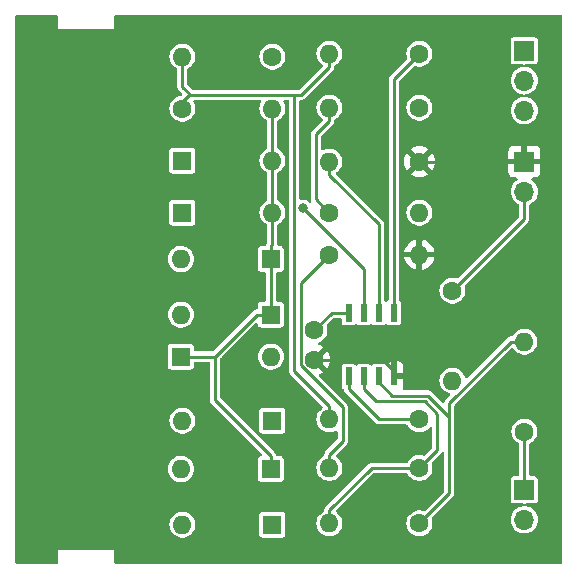
<source format=gbr>
G04 #@! TF.GenerationSoftware,KiCad,Pcbnew,8.0.1*
G04 #@! TF.CreationDate,2024-06-18T23:41:16-04:00*
G04 #@! TF.ProjectId,OdysseyDaughterCardSummer,4f647973-7365-4794-9461-756768746572,1.2*
G04 #@! TF.SameCoordinates,Original*
G04 #@! TF.FileFunction,Copper,L1,Top*
G04 #@! TF.FilePolarity,Positive*
%FSLAX46Y46*%
G04 Gerber Fmt 4.6, Leading zero omitted, Abs format (unit mm)*
G04 Created by KiCad (PCBNEW 8.0.1) date 2024-06-18 23:41:16*
%MOMM*%
%LPD*%
G01*
G04 APERTURE LIST*
G04 #@! TA.AperFunction,ComponentPad*
%ADD10R,1.600000X1.600000*%
G04 #@! TD*
G04 #@! TA.AperFunction,ComponentPad*
%ADD11O,1.600000X1.600000*%
G04 #@! TD*
G04 #@! TA.AperFunction,ComponentPad*
%ADD12C,1.600000*%
G04 #@! TD*
G04 #@! TA.AperFunction,ComponentPad*
%ADD13R,1.700000X1.700000*%
G04 #@! TD*
G04 #@! TA.AperFunction,ComponentPad*
%ADD14O,1.700000X1.700000*%
G04 #@! TD*
G04 #@! TA.AperFunction,SMDPad,CuDef*
%ADD15R,0.600000X1.550000*%
G04 #@! TD*
G04 #@! TA.AperFunction,ViaPad*
%ADD16C,0.800000*%
G04 #@! TD*
G04 #@! TA.AperFunction,Conductor*
%ADD17C,0.250000*%
G04 #@! TD*
G04 APERTURE END LIST*
D10*
X144145000Y-116205000D03*
D11*
X136525000Y-116205000D03*
D10*
X144272000Y-120904000D03*
D11*
X136652000Y-120904000D03*
D10*
X136525000Y-106680000D03*
D11*
X144145000Y-106680000D03*
D10*
X144272000Y-112099000D03*
D11*
X136652000Y-112099000D03*
D10*
X144145000Y-103124000D03*
D11*
X136525000Y-103124000D03*
D10*
X144145000Y-98425000D03*
D11*
X136525000Y-98425000D03*
D10*
X136652000Y-94488000D03*
D11*
X144272000Y-94488000D03*
D10*
X136652000Y-90085300D03*
D11*
X144272000Y-90085300D03*
D12*
X136652000Y-85682700D03*
D11*
X144272000Y-85682700D03*
D12*
X144272000Y-81280000D03*
D11*
X136652000Y-81280000D03*
D12*
X156718000Y-81026000D03*
D11*
X149098000Y-81026000D03*
D12*
X147828000Y-106934000D03*
X147828000Y-104434000D03*
D13*
X165608000Y-90170000D03*
D14*
X165608000Y-92710000D03*
D12*
X149098000Y-98044000D03*
D11*
X156718000Y-98044000D03*
D12*
X149098000Y-94488000D03*
D11*
X156718000Y-94488000D03*
D12*
X156718000Y-111999000D03*
D11*
X149098000Y-111999000D03*
D12*
X156718000Y-116105000D03*
D11*
X149098000Y-116105000D03*
D12*
X159512000Y-101092000D03*
D11*
X159512000Y-108712000D03*
D12*
X156718000Y-120804000D03*
D11*
X149098000Y-120804000D03*
D12*
X156718000Y-90170000D03*
D11*
X149098000Y-90170000D03*
D12*
X156718000Y-85598000D03*
D11*
X149098000Y-85598000D03*
D12*
X165608000Y-113030000D03*
D11*
X165608000Y-105410000D03*
D15*
X154559000Y-102964000D03*
X153289000Y-102964000D03*
X152019000Y-102964000D03*
X150749000Y-102964000D03*
X150749000Y-108364000D03*
X152019000Y-108364000D03*
X153289000Y-108364000D03*
X154559000Y-108364000D03*
D13*
X165608000Y-117954000D03*
D14*
X165608000Y-120494000D03*
D13*
X165602920Y-80777080D03*
D14*
X165602920Y-83317080D03*
X165602920Y-85857080D03*
D16*
X146848200Y-94110200D03*
D17*
X139428300Y-106680000D02*
X137650300Y-106680000D01*
X139428300Y-110363000D02*
X144145000Y-115079700D01*
X136525000Y-106680000D02*
X137650300Y-106680000D01*
X144145000Y-98425000D02*
X144145000Y-103124000D01*
X144272000Y-85682700D02*
X144272000Y-90085300D01*
X144145000Y-98425000D02*
X144145000Y-97299700D01*
X139428300Y-106680000D02*
X139428300Y-110363000D01*
X144145000Y-116205000D02*
X144145000Y-115079700D01*
X144145000Y-103124000D02*
X142984300Y-103124000D01*
X142984300Y-103124000D02*
X139428300Y-106680000D01*
X144272000Y-97172700D02*
X144145000Y-97299700D01*
X144272000Y-94488000D02*
X144272000Y-97172700D01*
X144272000Y-94488000D02*
X144272000Y-90085300D01*
X152019000Y-102964000D02*
X152019000Y-99281000D01*
X152019000Y-99281000D02*
X146848200Y-94110200D01*
X137351600Y-84519600D02*
X137815100Y-84519600D01*
X146122900Y-107898600D02*
X149098000Y-110873700D01*
X136652000Y-85090000D02*
X136652000Y-85682700D01*
X146122900Y-84519600D02*
X137815100Y-84519600D01*
X137222400Y-84519600D02*
X136652000Y-85090000D01*
X146122900Y-84519600D02*
X146122900Y-107898600D01*
X136652000Y-83820000D02*
X137351600Y-84519600D01*
X149098000Y-81026000D02*
X149098000Y-82151300D01*
X146729700Y-84519600D02*
X146122900Y-84519600D01*
X137815100Y-84519600D02*
X137222400Y-84519600D01*
X149098000Y-111999000D02*
X149098000Y-110873700D01*
X149098000Y-82151300D02*
X146729700Y-84519600D01*
X136652000Y-81280000D02*
X136652000Y-83820000D01*
X157861500Y-90170000D02*
X158496000Y-90170000D01*
X153604000Y-106934000D02*
X153885700Y-107215700D01*
X158496000Y-95140700D02*
X156718000Y-96918700D01*
X147828000Y-106934000D02*
X153604000Y-106934000D01*
X156718000Y-97481300D02*
X156718000Y-98044000D01*
X158496000Y-90170000D02*
X158496000Y-95140700D01*
X156718000Y-96918700D02*
X156718000Y-97481300D01*
X156718000Y-104383400D02*
X153885700Y-107215700D01*
X157861500Y-90170000D02*
X164432700Y-90170000D01*
X153885700Y-107215700D02*
X154559000Y-107889000D01*
X165608000Y-90170000D02*
X164432700Y-90170000D01*
X156718000Y-90170000D02*
X157861500Y-90170000D01*
X156718000Y-98044000D02*
X156718000Y-104383400D01*
X154559000Y-107889000D02*
X154559000Y-108364000D01*
X149298000Y-102964000D02*
X150749000Y-102964000D01*
X147972700Y-93362700D02*
X147972700Y-87848600D01*
X149098000Y-85598000D02*
X149098000Y-86723300D01*
X159512000Y-101092000D02*
X165608000Y-94996000D01*
X147828000Y-104434000D02*
X149298000Y-102964000D01*
X147972700Y-87848600D02*
X149098000Y-86723300D01*
X149098000Y-94488000D02*
X147972700Y-93362700D01*
X165608000Y-94996000D02*
X165608000Y-92710000D01*
X154559000Y-102964000D02*
X154559000Y-83185000D01*
X154559000Y-83185000D02*
X156718000Y-81026000D01*
X165608000Y-113030000D02*
X165608000Y-117954000D01*
X149098000Y-116105000D02*
X149098000Y-114979700D01*
X146692800Y-100449200D02*
X146692800Y-107404600D01*
X149098000Y-98044000D02*
X146692800Y-100449200D01*
X150223300Y-110935100D02*
X150223300Y-113854400D01*
X150223300Y-113854400D02*
X149098000Y-114979700D01*
X146692800Y-107404600D02*
X150223300Y-110935100D01*
X153283700Y-111999000D02*
X156718000Y-111999000D01*
X150749000Y-109464300D02*
X153283700Y-111999000D01*
X150749000Y-108364000D02*
X150749000Y-109464300D01*
X152019000Y-108364000D02*
X152019000Y-109389000D01*
X158242000Y-114581000D02*
X157517999Y-115305001D01*
X158242000Y-111506000D02*
X158242000Y-114581000D01*
X149098000Y-119678700D02*
X152671700Y-116105000D01*
X149098000Y-120804000D02*
X149098000Y-119678700D01*
X157168011Y-110432011D02*
X158242000Y-111506000D01*
X152019000Y-109389000D02*
X153062011Y-110432011D01*
X157517999Y-115305001D02*
X156718000Y-116105000D01*
X153062011Y-110432011D02*
X157168011Y-110432011D01*
X152671700Y-116105000D02*
X156718000Y-116105000D01*
X157480000Y-109982000D02*
X154432000Y-109982000D01*
X165608000Y-105410000D02*
X164482700Y-105410000D01*
X159258000Y-118264000D02*
X156718000Y-120804000D01*
X159258000Y-110634700D02*
X159258000Y-111506000D01*
X159258000Y-111760000D02*
X159258000Y-118264000D01*
X159258000Y-111506000D02*
X159258000Y-111760000D01*
X154432000Y-109982000D02*
X153289000Y-108839000D01*
X153289000Y-108839000D02*
X153289000Y-108364000D01*
X159258000Y-111760000D02*
X157480000Y-109982000D01*
X164482700Y-105410000D02*
X159258000Y-110634700D01*
X153289000Y-102964000D02*
X153289000Y-95486300D01*
X149098000Y-90170000D02*
X149098000Y-91295300D01*
X153289000Y-95486300D02*
X149098000Y-91295300D01*
G04 #@! TA.AperFunction,Conductor*
G36*
X126042539Y-77795185D02*
G01*
X126088294Y-77847989D01*
X126099500Y-77899500D01*
X126099500Y-78884982D01*
X126099500Y-78915018D01*
X126110994Y-78942767D01*
X126132233Y-78964006D01*
X126159982Y-78975500D01*
X126159984Y-78975500D01*
X130790016Y-78975500D01*
X130790018Y-78975500D01*
X130817767Y-78964006D01*
X130839006Y-78942767D01*
X130850500Y-78915018D01*
X130850500Y-77899500D01*
X130870185Y-77832461D01*
X130922989Y-77786706D01*
X130974500Y-77775500D01*
X168710500Y-77775500D01*
X168777539Y-77795185D01*
X168823294Y-77847989D01*
X168834500Y-77899500D01*
X168834500Y-124100500D01*
X168814815Y-124167539D01*
X168762011Y-124213294D01*
X168710500Y-124224500D01*
X130974500Y-124224500D01*
X130907461Y-124204815D01*
X130861706Y-124152011D01*
X130850500Y-124100500D01*
X130850500Y-123084983D01*
X130850500Y-123084982D01*
X130839006Y-123057233D01*
X130817767Y-123035994D01*
X130790018Y-123024500D01*
X126190018Y-123024500D01*
X126159982Y-123024500D01*
X126132231Y-123035995D01*
X126110995Y-123057231D01*
X126099500Y-123084982D01*
X126099500Y-124100500D01*
X126079815Y-124167539D01*
X126027011Y-124213294D01*
X125975500Y-124224500D01*
X122624500Y-124224500D01*
X122557461Y-124204815D01*
X122511706Y-124152011D01*
X122500500Y-124100500D01*
X122500500Y-120904000D01*
X135546785Y-120904000D01*
X135565602Y-121107082D01*
X135621417Y-121303247D01*
X135621422Y-121303260D01*
X135712327Y-121485821D01*
X135835237Y-121648581D01*
X135985958Y-121785980D01*
X135985960Y-121785982D01*
X135997857Y-121793348D01*
X136159363Y-121893348D01*
X136349544Y-121967024D01*
X136550024Y-122004500D01*
X136550026Y-122004500D01*
X136753974Y-122004500D01*
X136753976Y-122004500D01*
X136954456Y-121967024D01*
X137144637Y-121893348D01*
X137318041Y-121785981D01*
X137358765Y-121748856D01*
X143171500Y-121748856D01*
X143171502Y-121748882D01*
X143174413Y-121773987D01*
X143174415Y-121773991D01*
X143219793Y-121876764D01*
X143219794Y-121876765D01*
X143299235Y-121956206D01*
X143402009Y-122001585D01*
X143427135Y-122004500D01*
X145116864Y-122004499D01*
X145116879Y-122004497D01*
X145116882Y-122004497D01*
X145141987Y-122001586D01*
X145141988Y-122001585D01*
X145141991Y-122001585D01*
X145244765Y-121956206D01*
X145324206Y-121876765D01*
X145369585Y-121773991D01*
X145372500Y-121748865D01*
X145372499Y-120804000D01*
X147992785Y-120804000D01*
X148011602Y-121007082D01*
X148067417Y-121203247D01*
X148067422Y-121203260D01*
X148158327Y-121385821D01*
X148281237Y-121548581D01*
X148431958Y-121685980D01*
X148431960Y-121685982D01*
X148531141Y-121747392D01*
X148605363Y-121793348D01*
X148795544Y-121867024D01*
X148996024Y-121904500D01*
X148996026Y-121904500D01*
X149199974Y-121904500D01*
X149199976Y-121904500D01*
X149400456Y-121867024D01*
X149590637Y-121793348D01*
X149764041Y-121685981D01*
X149914764Y-121548579D01*
X150037673Y-121385821D01*
X150128582Y-121203250D01*
X150184397Y-121007083D01*
X150203215Y-120804000D01*
X150184397Y-120600917D01*
X150128582Y-120404750D01*
X150037673Y-120222179D01*
X149914764Y-120059421D01*
X149914762Y-120059418D01*
X149764041Y-119922019D01*
X149764039Y-119922017D01*
X149707159Y-119886799D01*
X149660523Y-119834771D01*
X149649419Y-119765790D01*
X149677372Y-119701755D01*
X149684743Y-119693703D01*
X152811629Y-116566819D01*
X152872952Y-116533334D01*
X152899310Y-116530500D01*
X155623712Y-116530500D01*
X155690751Y-116550185D01*
X155734710Y-116599225D01*
X155778327Y-116686821D01*
X155778329Y-116686823D01*
X155901237Y-116849581D01*
X156051958Y-116986980D01*
X156051960Y-116986982D01*
X156127907Y-117034006D01*
X156225363Y-117094348D01*
X156415544Y-117168024D01*
X156616024Y-117205500D01*
X156616026Y-117205500D01*
X156819974Y-117205500D01*
X156819976Y-117205500D01*
X157020456Y-117168024D01*
X157210637Y-117094348D01*
X157384041Y-116986981D01*
X157532334Y-116851794D01*
X157534762Y-116849581D01*
X157534764Y-116849579D01*
X157657673Y-116686821D01*
X157748582Y-116504250D01*
X157804397Y-116308083D01*
X157823215Y-116105000D01*
X157804397Y-115901917D01*
X157761971Y-115752806D01*
X157762557Y-115682939D01*
X157793553Y-115631193D01*
X157858483Y-115566265D01*
X157858484Y-115566264D01*
X158582485Y-114842263D01*
X158601113Y-114809997D01*
X158651680Y-114761783D01*
X158720287Y-114748559D01*
X158785151Y-114774527D01*
X158825680Y-114831441D01*
X158832500Y-114871998D01*
X158832500Y-118036389D01*
X158812815Y-118103428D01*
X158796181Y-118124070D01*
X157192061Y-119728189D01*
X157130738Y-119761674D01*
X157061046Y-119756690D01*
X157059587Y-119756135D01*
X157020460Y-119740977D01*
X157020457Y-119740976D01*
X156952051Y-119728189D01*
X156819976Y-119703500D01*
X156616024Y-119703500D01*
X156415544Y-119740976D01*
X156415541Y-119740976D01*
X156415541Y-119740977D01*
X156225364Y-119814651D01*
X156225357Y-119814655D01*
X156051960Y-119922017D01*
X156051958Y-119922019D01*
X155901237Y-120059418D01*
X155778327Y-120222178D01*
X155687422Y-120404739D01*
X155687417Y-120404752D01*
X155631602Y-120600917D01*
X155612785Y-120803999D01*
X155612785Y-120804000D01*
X155631602Y-121007082D01*
X155687417Y-121203247D01*
X155687422Y-121203260D01*
X155778327Y-121385821D01*
X155901237Y-121548581D01*
X156051958Y-121685980D01*
X156051960Y-121685982D01*
X156151141Y-121747392D01*
X156225363Y-121793348D01*
X156415544Y-121867024D01*
X156616024Y-121904500D01*
X156616026Y-121904500D01*
X156819974Y-121904500D01*
X156819976Y-121904500D01*
X157020456Y-121867024D01*
X157210637Y-121793348D01*
X157384041Y-121685981D01*
X157534764Y-121548579D01*
X157657673Y-121385821D01*
X157748582Y-121203250D01*
X157804397Y-121007083D01*
X157823215Y-120804000D01*
X157804397Y-120600917D01*
X157773976Y-120494000D01*
X164452571Y-120494000D01*
X164472244Y-120706310D01*
X164530596Y-120911392D01*
X164530596Y-120911394D01*
X164625632Y-121102253D01*
X164701910Y-121203260D01*
X164754128Y-121272407D01*
X164911698Y-121416052D01*
X165092981Y-121528298D01*
X165291802Y-121605321D01*
X165501390Y-121644500D01*
X165501392Y-121644500D01*
X165714608Y-121644500D01*
X165714610Y-121644500D01*
X165924198Y-121605321D01*
X166123019Y-121528298D01*
X166304302Y-121416052D01*
X166461872Y-121272407D01*
X166590366Y-121102255D01*
X166685405Y-120911389D01*
X166743756Y-120706310D01*
X166763429Y-120494000D01*
X166743756Y-120281690D01*
X166685405Y-120076611D01*
X166685403Y-120076606D01*
X166685403Y-120076605D01*
X166590367Y-119885746D01*
X166461872Y-119715593D01*
X166448607Y-119703500D01*
X166304302Y-119571948D01*
X166123019Y-119459702D01*
X166123017Y-119459701D01*
X166013927Y-119417440D01*
X165924198Y-119382679D01*
X165751456Y-119350387D01*
X165689176Y-119318719D01*
X165653903Y-119258407D01*
X165656837Y-119188599D01*
X165697046Y-119131459D01*
X165761764Y-119105128D01*
X165774233Y-119104499D01*
X166502864Y-119104499D01*
X166502879Y-119104497D01*
X166502882Y-119104497D01*
X166527987Y-119101586D01*
X166527988Y-119101585D01*
X166527991Y-119101585D01*
X166630765Y-119056206D01*
X166710206Y-118976765D01*
X166755585Y-118873991D01*
X166758500Y-118848865D01*
X166758499Y-117059136D01*
X166757426Y-117049882D01*
X166755586Y-117034012D01*
X166755585Y-117034010D01*
X166755585Y-117034009D01*
X166710206Y-116931235D01*
X166630765Y-116851794D01*
X166625753Y-116849581D01*
X166527992Y-116806415D01*
X166502868Y-116803500D01*
X166502865Y-116803500D01*
X166157500Y-116803500D01*
X166090461Y-116783815D01*
X166044706Y-116731011D01*
X166033500Y-116679500D01*
X166033500Y-114129555D01*
X166053185Y-114062516D01*
X166096555Y-114023645D01*
X166095763Y-114022366D01*
X166274039Y-113911982D01*
X166274038Y-113911982D01*
X166274041Y-113911981D01*
X166424764Y-113774579D01*
X166547673Y-113611821D01*
X166638582Y-113429250D01*
X166694397Y-113233083D01*
X166713215Y-113030000D01*
X166709355Y-112988348D01*
X166694397Y-112826917D01*
X166638582Y-112630750D01*
X166632935Y-112619410D01*
X166570105Y-112493229D01*
X166547673Y-112448179D01*
X166424764Y-112285421D01*
X166424762Y-112285418D01*
X166274041Y-112148019D01*
X166274039Y-112148017D01*
X166100642Y-112040655D01*
X166100635Y-112040651D01*
X165993117Y-111998999D01*
X165910456Y-111966976D01*
X165709976Y-111929500D01*
X165506024Y-111929500D01*
X165305544Y-111966976D01*
X165305541Y-111966976D01*
X165305541Y-111966977D01*
X165115364Y-112040651D01*
X165115357Y-112040655D01*
X164941960Y-112148017D01*
X164941958Y-112148019D01*
X164791237Y-112285418D01*
X164668327Y-112448178D01*
X164577422Y-112630739D01*
X164577417Y-112630752D01*
X164521602Y-112826917D01*
X164502785Y-113029999D01*
X164502785Y-113030000D01*
X164521602Y-113233082D01*
X164577417Y-113429247D01*
X164577422Y-113429260D01*
X164668327Y-113611821D01*
X164791237Y-113774581D01*
X164930638Y-113901660D01*
X164940244Y-113910418D01*
X164941958Y-113911980D01*
X164941960Y-113911982D01*
X165120237Y-114022366D01*
X165119375Y-114023756D01*
X165164998Y-114066041D01*
X165182500Y-114129555D01*
X165182500Y-116679500D01*
X165162815Y-116746539D01*
X165110011Y-116792294D01*
X165058500Y-116803500D01*
X164713143Y-116803500D01*
X164713117Y-116803502D01*
X164688012Y-116806413D01*
X164688008Y-116806415D01*
X164585235Y-116851793D01*
X164505794Y-116931234D01*
X164460415Y-117034006D01*
X164460415Y-117034008D01*
X164457500Y-117059131D01*
X164457500Y-118848856D01*
X164457502Y-118848882D01*
X164460413Y-118873987D01*
X164460415Y-118873991D01*
X164505793Y-118976764D01*
X164505794Y-118976765D01*
X164585235Y-119056206D01*
X164688009Y-119101585D01*
X164713135Y-119104500D01*
X165441758Y-119104499D01*
X165508795Y-119124183D01*
X165554550Y-119176987D01*
X165564494Y-119246146D01*
X165535469Y-119309702D01*
X165476691Y-119347476D01*
X165464542Y-119350388D01*
X165408116Y-119360935D01*
X165291802Y-119382679D01*
X165291800Y-119382679D01*
X165291798Y-119382680D01*
X165092982Y-119459701D01*
X165092980Y-119459702D01*
X164911699Y-119571947D01*
X164754127Y-119715593D01*
X164625632Y-119885746D01*
X164530596Y-120076605D01*
X164530596Y-120076607D01*
X164472244Y-120281689D01*
X164452571Y-120493999D01*
X164452571Y-120494000D01*
X157773976Y-120494000D01*
X157761970Y-120451803D01*
X157762556Y-120381940D01*
X157793553Y-120330193D01*
X159598484Y-118525264D01*
X159654503Y-118428237D01*
X159683500Y-118320019D01*
X159683500Y-118207982D01*
X159683500Y-111703982D01*
X159683500Y-111449982D01*
X159683500Y-110862309D01*
X159703185Y-110795270D01*
X159719814Y-110774633D01*
X164496274Y-105998172D01*
X164557595Y-105964689D01*
X164627287Y-105969673D01*
X164682907Y-106011128D01*
X164791237Y-106154581D01*
X164941958Y-106291980D01*
X164941960Y-106291982D01*
X165041141Y-106353392D01*
X165115363Y-106399348D01*
X165305544Y-106473024D01*
X165506024Y-106510500D01*
X165506026Y-106510500D01*
X165709974Y-106510500D01*
X165709976Y-106510500D01*
X165910456Y-106473024D01*
X166100637Y-106399348D01*
X166274041Y-106291981D01*
X166424764Y-106154579D01*
X166547673Y-105991821D01*
X166638582Y-105809250D01*
X166694397Y-105613083D01*
X166713215Y-105410000D01*
X166694397Y-105206917D01*
X166638582Y-105010750D01*
X166547673Y-104828179D01*
X166424764Y-104665421D01*
X166424762Y-104665418D01*
X166274041Y-104528019D01*
X166274039Y-104528017D01*
X166100642Y-104420655D01*
X166100635Y-104420651D01*
X166005546Y-104383814D01*
X165910456Y-104346976D01*
X165709976Y-104309500D01*
X165506024Y-104309500D01*
X165305544Y-104346976D01*
X165305541Y-104346976D01*
X165305541Y-104346977D01*
X165115364Y-104420651D01*
X165115357Y-104420655D01*
X164941960Y-104528017D01*
X164941958Y-104528019D01*
X164791237Y-104665418D01*
X164668329Y-104828176D01*
X164668327Y-104828179D01*
X164624710Y-104915774D01*
X164577210Y-104967008D01*
X164513712Y-104984500D01*
X164426682Y-104984500D01*
X164318463Y-105013497D01*
X164318460Y-105013498D01*
X164221440Y-105069513D01*
X164221434Y-105069517D01*
X160788275Y-108502675D01*
X160726952Y-108536160D01*
X160657260Y-108531176D01*
X160601327Y-108489304D01*
X160581328Y-108448928D01*
X160555103Y-108356758D01*
X160542582Y-108312750D01*
X160533960Y-108295435D01*
X160498272Y-108223764D01*
X160451673Y-108130179D01*
X160328764Y-107967421D01*
X160328762Y-107967418D01*
X160178041Y-107830019D01*
X160178039Y-107830017D01*
X160004642Y-107722655D01*
X160004635Y-107722651D01*
X159909546Y-107685814D01*
X159814456Y-107648976D01*
X159613976Y-107611500D01*
X159410024Y-107611500D01*
X159209544Y-107648976D01*
X159209541Y-107648976D01*
X159209541Y-107648977D01*
X159019364Y-107722651D01*
X159019357Y-107722655D01*
X158845960Y-107830017D01*
X158845958Y-107830019D01*
X158695237Y-107967418D01*
X158572327Y-108130178D01*
X158481422Y-108312739D01*
X158481417Y-108312752D01*
X158425602Y-108508917D01*
X158406785Y-108711999D01*
X158406785Y-108712000D01*
X158425602Y-108915082D01*
X158481417Y-109111247D01*
X158481422Y-109111260D01*
X158572327Y-109293821D01*
X158695237Y-109456581D01*
X158801265Y-109553237D01*
X158836652Y-109585497D01*
X158845958Y-109593980D01*
X158845960Y-109593982D01*
X158901767Y-109628536D01*
X159019363Y-109701348D01*
X159209544Y-109775024D01*
X159236435Y-109780050D01*
X159298715Y-109811718D01*
X159333989Y-109872030D01*
X159331056Y-109941838D01*
X159301331Y-109989620D01*
X158996737Y-110294215D01*
X158917517Y-110373434D01*
X158917513Y-110373440D01*
X158861498Y-110470460D01*
X158861497Y-110470461D01*
X158858491Y-110481677D01*
X158855528Y-110492739D01*
X158819164Y-110552398D01*
X158756317Y-110582927D01*
X158686941Y-110574632D01*
X158648073Y-110548325D01*
X157741265Y-109641517D01*
X157741263Y-109641515D01*
X157676579Y-109604169D01*
X157644239Y-109585498D01*
X157644238Y-109585497D01*
X157644237Y-109585497D01*
X157536018Y-109556500D01*
X157536017Y-109556500D01*
X155415523Y-109556500D01*
X155348484Y-109536815D01*
X155302729Y-109484011D01*
X155292785Y-109414853D01*
X155299341Y-109389167D01*
X155352596Y-109246380D01*
X155352598Y-109246372D01*
X155358999Y-109186844D01*
X155359000Y-109186827D01*
X155359000Y-108614000D01*
X154433000Y-108614000D01*
X154365961Y-108594315D01*
X154320206Y-108541511D01*
X154309000Y-108490000D01*
X154309000Y-107089000D01*
X154809000Y-107089000D01*
X154809000Y-108114000D01*
X155359000Y-108114000D01*
X155359000Y-107541172D01*
X155358999Y-107541155D01*
X155352598Y-107481627D01*
X155352596Y-107481620D01*
X155302354Y-107346913D01*
X155302350Y-107346906D01*
X155216190Y-107231812D01*
X155216187Y-107231809D01*
X155101093Y-107145649D01*
X155101086Y-107145645D01*
X154966379Y-107095403D01*
X154966372Y-107095401D01*
X154906844Y-107089000D01*
X154809000Y-107089000D01*
X154309000Y-107089000D01*
X154211155Y-107089000D01*
X154151627Y-107095401D01*
X154151620Y-107095403D01*
X154016913Y-107145645D01*
X154016906Y-107145649D01*
X153901812Y-107231809D01*
X153867067Y-107278222D01*
X153811132Y-107320093D01*
X153741440Y-107325076D01*
X153717717Y-107317344D01*
X153691725Y-107305868D01*
X153658992Y-107291415D01*
X153633865Y-107288500D01*
X152944143Y-107288500D01*
X152944117Y-107288502D01*
X152919012Y-107291413D01*
X152919008Y-107291415D01*
X152816235Y-107336793D01*
X152816234Y-107336794D01*
X152741681Y-107411348D01*
X152680358Y-107444833D01*
X152610666Y-107439849D01*
X152566319Y-107411348D01*
X152491765Y-107336794D01*
X152388992Y-107291415D01*
X152363865Y-107288500D01*
X151674143Y-107288500D01*
X151674117Y-107288502D01*
X151649012Y-107291413D01*
X151649008Y-107291415D01*
X151546235Y-107336793D01*
X151546234Y-107336794D01*
X151471681Y-107411348D01*
X151410358Y-107444833D01*
X151340666Y-107439849D01*
X151296319Y-107411348D01*
X151221765Y-107336794D01*
X151118992Y-107291415D01*
X151093865Y-107288500D01*
X150404143Y-107288500D01*
X150404117Y-107288502D01*
X150379012Y-107291413D01*
X150379008Y-107291415D01*
X150276235Y-107336793D01*
X150196794Y-107416234D01*
X150151415Y-107519006D01*
X150151415Y-107519008D01*
X150148500Y-107544131D01*
X150148500Y-109183856D01*
X150148502Y-109183882D01*
X150151413Y-109208987D01*
X150151415Y-109208991D01*
X150196793Y-109311764D01*
X150284360Y-109399331D01*
X150281921Y-109401769D01*
X150313755Y-109440759D01*
X150323500Y-109488944D01*
X150323500Y-109520318D01*
X150327921Y-109536815D01*
X150352497Y-109628536D01*
X150352498Y-109628539D01*
X150365570Y-109651180D01*
X150408515Y-109725563D01*
X153022437Y-112339485D01*
X153119463Y-112395503D01*
X153227682Y-112424500D01*
X153339718Y-112424500D01*
X155623712Y-112424500D01*
X155690751Y-112444185D01*
X155734710Y-112493225D01*
X155778327Y-112580821D01*
X155778329Y-112580823D01*
X155901237Y-112743581D01*
X156051958Y-112880980D01*
X156051960Y-112880982D01*
X156151141Y-112942392D01*
X156225363Y-112988348D01*
X156415544Y-113062024D01*
X156616024Y-113099500D01*
X156616026Y-113099500D01*
X156819974Y-113099500D01*
X156819976Y-113099500D01*
X157020456Y-113062024D01*
X157210637Y-112988348D01*
X157384041Y-112880981D01*
X157534764Y-112743579D01*
X157593547Y-112665737D01*
X157649654Y-112624102D01*
X157719366Y-112619410D01*
X157780548Y-112653152D01*
X157813776Y-112714615D01*
X157816500Y-112740465D01*
X157816500Y-114353390D01*
X157796815Y-114420429D01*
X157780181Y-114441071D01*
X157256735Y-114964516D01*
X157256735Y-114964517D01*
X157192061Y-115029190D01*
X157130737Y-115062674D01*
X157061046Y-115057689D01*
X157059587Y-115057135D01*
X157020460Y-115041977D01*
X157020457Y-115041976D01*
X156922591Y-115023682D01*
X156819976Y-115004500D01*
X156616024Y-115004500D01*
X156415544Y-115041976D01*
X156415541Y-115041976D01*
X156415541Y-115041977D01*
X156225364Y-115115651D01*
X156225357Y-115115655D01*
X156051960Y-115223017D01*
X156051958Y-115223019D01*
X155901237Y-115360418D01*
X155778329Y-115523176D01*
X155778327Y-115523179D01*
X155734710Y-115610774D01*
X155687210Y-115662008D01*
X155623712Y-115679500D01*
X152615682Y-115679500D01*
X152507463Y-115708497D01*
X152507460Y-115708498D01*
X152410440Y-115764513D01*
X152410434Y-115764517D01*
X148757517Y-119417434D01*
X148757513Y-119417440D01*
X148701498Y-119514460D01*
X148701497Y-119514463D01*
X148672500Y-119622682D01*
X148672500Y-119704444D01*
X148652815Y-119771483D01*
X148609447Y-119810359D01*
X148610237Y-119811634D01*
X148431960Y-119922017D01*
X148431958Y-119922019D01*
X148281237Y-120059418D01*
X148158327Y-120222178D01*
X148067422Y-120404739D01*
X148067417Y-120404752D01*
X148011602Y-120600917D01*
X147992785Y-120803999D01*
X147992785Y-120804000D01*
X145372499Y-120804000D01*
X145372499Y-120059136D01*
X145372497Y-120059117D01*
X145369586Y-120034012D01*
X145369585Y-120034010D01*
X145369585Y-120034009D01*
X145324206Y-119931235D01*
X145244765Y-119851794D01*
X145220267Y-119840977D01*
X145141992Y-119806415D01*
X145116865Y-119803500D01*
X143427143Y-119803500D01*
X143427117Y-119803502D01*
X143402012Y-119806413D01*
X143402008Y-119806415D01*
X143299235Y-119851793D01*
X143219794Y-119931234D01*
X143174415Y-120034006D01*
X143174415Y-120034008D01*
X143171500Y-120059131D01*
X143171500Y-121748856D01*
X137358765Y-121748856D01*
X137468764Y-121648579D01*
X137591673Y-121485821D01*
X137682582Y-121303250D01*
X137738397Y-121107083D01*
X137757215Y-120904000D01*
X137738397Y-120700917D01*
X137682582Y-120504750D01*
X137677229Y-120494000D01*
X137595662Y-120330191D01*
X137591673Y-120322179D01*
X137468764Y-120159421D01*
X137468762Y-120159418D01*
X137318041Y-120022019D01*
X137318039Y-120022017D01*
X137144642Y-119914655D01*
X137144635Y-119914651D01*
X137049546Y-119877814D01*
X136954456Y-119840976D01*
X136753976Y-119803500D01*
X136550024Y-119803500D01*
X136349544Y-119840976D01*
X136349541Y-119840976D01*
X136349541Y-119840977D01*
X136159364Y-119914651D01*
X136159357Y-119914655D01*
X135985960Y-120022017D01*
X135985958Y-120022019D01*
X135835237Y-120159418D01*
X135712327Y-120322178D01*
X135621422Y-120504739D01*
X135621417Y-120504752D01*
X135565602Y-120700917D01*
X135546785Y-120903999D01*
X135546785Y-120904000D01*
X122500500Y-120904000D01*
X122500500Y-116205000D01*
X135419785Y-116205000D01*
X135438602Y-116408082D01*
X135494417Y-116604247D01*
X135494422Y-116604260D01*
X135585327Y-116786821D01*
X135708237Y-116949581D01*
X135858958Y-117086980D01*
X135858960Y-117086982D01*
X135870857Y-117094348D01*
X136032363Y-117194348D01*
X136222544Y-117268024D01*
X136423024Y-117305500D01*
X136423026Y-117305500D01*
X136626974Y-117305500D01*
X136626976Y-117305500D01*
X136827456Y-117268024D01*
X137017637Y-117194348D01*
X137191041Y-117086981D01*
X137341764Y-116949579D01*
X137464673Y-116786821D01*
X137555582Y-116604250D01*
X137611397Y-116408083D01*
X137630215Y-116205000D01*
X137611397Y-116001917D01*
X137555582Y-115805750D01*
X137464673Y-115623179D01*
X137341764Y-115460421D01*
X137341762Y-115460418D01*
X137191041Y-115323019D01*
X137191039Y-115323017D01*
X137017642Y-115215655D01*
X137017635Y-115215651D01*
X136922546Y-115178814D01*
X136827456Y-115141976D01*
X136626976Y-115104500D01*
X136423024Y-115104500D01*
X136222544Y-115141976D01*
X136222541Y-115141976D01*
X136222541Y-115141977D01*
X136032364Y-115215651D01*
X136032357Y-115215655D01*
X135858960Y-115323017D01*
X135858958Y-115323019D01*
X135708237Y-115460418D01*
X135585327Y-115623178D01*
X135494422Y-115805739D01*
X135494417Y-115805752D01*
X135438602Y-116001917D01*
X135419785Y-116204999D01*
X135419785Y-116205000D01*
X122500500Y-116205000D01*
X122500500Y-112099000D01*
X135546785Y-112099000D01*
X135565602Y-112302082D01*
X135621417Y-112498247D01*
X135621422Y-112498260D01*
X135712327Y-112680821D01*
X135835237Y-112843581D01*
X135985958Y-112980980D01*
X135985960Y-112980982D01*
X136070115Y-113033088D01*
X136159363Y-113088348D01*
X136349544Y-113162024D01*
X136550024Y-113199500D01*
X136550026Y-113199500D01*
X136753974Y-113199500D01*
X136753976Y-113199500D01*
X136954456Y-113162024D01*
X137144637Y-113088348D01*
X137318041Y-112980981D01*
X137468764Y-112843579D01*
X137591673Y-112680821D01*
X137682582Y-112498250D01*
X137738397Y-112302083D01*
X137757215Y-112099000D01*
X137738397Y-111895917D01*
X137682582Y-111699750D01*
X137591673Y-111517179D01*
X137468764Y-111354421D01*
X137468762Y-111354418D01*
X137318041Y-111217019D01*
X137318039Y-111217017D01*
X137144642Y-111109655D01*
X137144635Y-111109651D01*
X137023475Y-111062714D01*
X136954456Y-111035976D01*
X136753976Y-110998500D01*
X136550024Y-110998500D01*
X136349544Y-111035976D01*
X136349541Y-111035976D01*
X136349541Y-111035977D01*
X136159364Y-111109651D01*
X136159357Y-111109655D01*
X135985960Y-111217017D01*
X135985958Y-111217019D01*
X135835237Y-111354418D01*
X135712327Y-111517178D01*
X135621422Y-111699739D01*
X135621417Y-111699752D01*
X135565602Y-111895917D01*
X135546785Y-112098999D01*
X135546785Y-112099000D01*
X122500500Y-112099000D01*
X122500500Y-107524856D01*
X135424500Y-107524856D01*
X135424502Y-107524882D01*
X135427413Y-107549987D01*
X135427415Y-107549991D01*
X135472793Y-107652764D01*
X135472794Y-107652765D01*
X135552235Y-107732206D01*
X135655009Y-107777585D01*
X135680135Y-107780500D01*
X137369864Y-107780499D01*
X137369879Y-107780497D01*
X137369882Y-107780497D01*
X137394987Y-107777586D01*
X137394988Y-107777585D01*
X137394991Y-107777585D01*
X137497765Y-107732206D01*
X137577206Y-107652765D01*
X137622585Y-107549991D01*
X137625500Y-107524865D01*
X137625500Y-107229500D01*
X137645185Y-107162461D01*
X137697989Y-107116706D01*
X137749500Y-107105500D01*
X138878800Y-107105500D01*
X138945839Y-107125185D01*
X138991594Y-107177989D01*
X139002800Y-107229500D01*
X139002800Y-110306982D01*
X139002800Y-110419018D01*
X139031797Y-110527237D01*
X139087815Y-110624263D01*
X139087817Y-110624265D01*
X143358894Y-114895342D01*
X143392379Y-114956665D01*
X143387395Y-115026357D01*
X143345523Y-115082290D01*
X143285504Y-115106197D01*
X143275010Y-115107414D01*
X143275008Y-115107415D01*
X143172235Y-115152793D01*
X143092794Y-115232234D01*
X143047415Y-115335006D01*
X143047415Y-115335008D01*
X143044500Y-115360131D01*
X143044500Y-117049856D01*
X143044502Y-117049882D01*
X143047413Y-117074987D01*
X143047415Y-117074991D01*
X143092793Y-117177764D01*
X143092794Y-117177765D01*
X143172235Y-117257206D01*
X143275009Y-117302585D01*
X143300135Y-117305500D01*
X144989864Y-117305499D01*
X144989879Y-117305497D01*
X144989882Y-117305497D01*
X145014987Y-117302586D01*
X145014988Y-117302585D01*
X145014991Y-117302585D01*
X145117765Y-117257206D01*
X145197206Y-117177765D01*
X145242585Y-117074991D01*
X145245500Y-117049865D01*
X145245499Y-115360136D01*
X145245497Y-115360117D01*
X145242586Y-115335012D01*
X145242585Y-115335010D01*
X145242585Y-115335009D01*
X145197206Y-115232235D01*
X145117765Y-115152794D01*
X145093267Y-115141977D01*
X145014992Y-115107415D01*
X144989868Y-115104500D01*
X144989865Y-115104500D01*
X144687303Y-115104500D01*
X144620264Y-115084815D01*
X144574509Y-115032011D01*
X144567530Y-115012600D01*
X144541503Y-114915463D01*
X144485485Y-114818437D01*
X144406263Y-114739215D01*
X142610904Y-112943856D01*
X143171500Y-112943856D01*
X143171502Y-112943882D01*
X143174413Y-112968987D01*
X143174415Y-112968991D01*
X143219793Y-113071764D01*
X143219794Y-113071765D01*
X143299235Y-113151206D01*
X143402009Y-113196585D01*
X143427135Y-113199500D01*
X145116864Y-113199499D01*
X145116879Y-113199497D01*
X145116882Y-113199497D01*
X145141987Y-113196586D01*
X145141988Y-113196585D01*
X145141991Y-113196585D01*
X145244765Y-113151206D01*
X145324206Y-113071765D01*
X145369585Y-112968991D01*
X145372500Y-112943865D01*
X145372499Y-111254136D01*
X145372497Y-111254117D01*
X145369586Y-111229012D01*
X145369585Y-111229010D01*
X145369585Y-111229009D01*
X145324206Y-111126235D01*
X145244765Y-111046794D01*
X145220267Y-111035977D01*
X145141992Y-111001415D01*
X145116865Y-110998500D01*
X143427143Y-110998500D01*
X143427117Y-110998502D01*
X143402012Y-111001413D01*
X143402008Y-111001415D01*
X143299235Y-111046793D01*
X143219794Y-111126234D01*
X143174415Y-111229006D01*
X143174415Y-111229008D01*
X143171500Y-111254131D01*
X143171500Y-112943856D01*
X142610904Y-112943856D01*
X139890119Y-110223071D01*
X139856634Y-110161748D01*
X139853800Y-110135390D01*
X139853800Y-106907609D01*
X139873485Y-106840570D01*
X139890114Y-106819933D01*
X140030047Y-106680000D01*
X143039785Y-106680000D01*
X143058602Y-106883082D01*
X143114417Y-107079247D01*
X143114422Y-107079260D01*
X143205327Y-107261821D01*
X143328237Y-107424581D01*
X143478958Y-107561980D01*
X143478960Y-107561982D01*
X143518523Y-107586478D01*
X143652363Y-107669348D01*
X143842544Y-107743024D01*
X144043024Y-107780500D01*
X144043026Y-107780500D01*
X144246974Y-107780500D01*
X144246976Y-107780500D01*
X144447456Y-107743024D01*
X144637637Y-107669348D01*
X144811041Y-107561981D01*
X144961764Y-107424579D01*
X145084673Y-107261821D01*
X145175582Y-107079250D01*
X145231397Y-106883083D01*
X145250215Y-106680000D01*
X145231397Y-106476917D01*
X145175582Y-106280750D01*
X145084673Y-106098179D01*
X144961764Y-105935421D01*
X144961762Y-105935418D01*
X144811041Y-105798019D01*
X144811039Y-105798017D01*
X144637642Y-105690655D01*
X144637635Y-105690651D01*
X144542546Y-105653814D01*
X144447456Y-105616976D01*
X144246976Y-105579500D01*
X144043024Y-105579500D01*
X143842544Y-105616976D01*
X143842541Y-105616976D01*
X143842541Y-105616977D01*
X143652364Y-105690651D01*
X143652357Y-105690655D01*
X143478960Y-105798017D01*
X143478958Y-105798019D01*
X143328237Y-105935418D01*
X143205327Y-106098178D01*
X143114422Y-106280739D01*
X143114417Y-106280752D01*
X143058602Y-106476917D01*
X143039785Y-106679999D01*
X143039785Y-106680000D01*
X140030047Y-106680000D01*
X142832821Y-103877225D01*
X142894142Y-103843742D01*
X142963834Y-103848726D01*
X143019767Y-103890598D01*
X143044184Y-103956062D01*
X143044500Y-103964892D01*
X143044500Y-103968848D01*
X143044502Y-103968882D01*
X143047413Y-103993987D01*
X143047415Y-103993991D01*
X143092793Y-104096764D01*
X143092794Y-104096765D01*
X143172235Y-104176206D01*
X143275009Y-104221585D01*
X143300135Y-104224500D01*
X144989864Y-104224499D01*
X144989879Y-104224497D01*
X144989882Y-104224497D01*
X145014987Y-104221586D01*
X145014988Y-104221585D01*
X145014991Y-104221585D01*
X145117765Y-104176206D01*
X145197206Y-104096765D01*
X145242585Y-103993991D01*
X145245500Y-103968865D01*
X145245499Y-102279136D01*
X145245497Y-102279117D01*
X145242586Y-102254012D01*
X145242585Y-102254010D01*
X145242585Y-102254009D01*
X145197206Y-102151235D01*
X145117765Y-102071794D01*
X145093267Y-102060977D01*
X145014992Y-102026415D01*
X144989868Y-102023500D01*
X144989865Y-102023500D01*
X144694500Y-102023500D01*
X144627461Y-102003815D01*
X144581706Y-101951011D01*
X144570500Y-101899500D01*
X144570500Y-99649499D01*
X144590185Y-99582460D01*
X144642989Y-99536705D01*
X144694500Y-99525499D01*
X144989856Y-99525499D01*
X144989864Y-99525499D01*
X144989879Y-99525497D01*
X144989882Y-99525497D01*
X145014987Y-99522586D01*
X145014988Y-99522585D01*
X145014991Y-99522585D01*
X145117765Y-99477206D01*
X145197206Y-99397765D01*
X145242585Y-99294991D01*
X145245500Y-99269865D01*
X145245499Y-97580136D01*
X145245497Y-97580117D01*
X145242586Y-97555012D01*
X145242585Y-97555010D01*
X145242585Y-97555009D01*
X145197206Y-97452235D01*
X145117765Y-97372794D01*
X145093267Y-97361977D01*
X145014992Y-97327415D01*
X144989868Y-97324500D01*
X144989865Y-97324500D01*
X144821500Y-97324500D01*
X144754461Y-97304815D01*
X144708706Y-97252011D01*
X144697500Y-97200500D01*
X144697500Y-95587555D01*
X144717185Y-95520516D01*
X144760555Y-95481645D01*
X144759763Y-95480366D01*
X144938039Y-95369982D01*
X144938038Y-95369982D01*
X144938041Y-95369981D01*
X145088764Y-95232579D01*
X145211673Y-95069821D01*
X145302582Y-94887250D01*
X145358397Y-94691083D01*
X145377215Y-94488000D01*
X145358397Y-94284917D01*
X145302582Y-94088750D01*
X145295991Y-94075514D01*
X145229175Y-93941328D01*
X145211673Y-93906179D01*
X145152704Y-93828091D01*
X145088762Y-93743418D01*
X144938041Y-93606019D01*
X144938039Y-93606017D01*
X144759763Y-93495634D01*
X144760620Y-93494248D01*
X144714987Y-93451934D01*
X144697500Y-93388444D01*
X144697500Y-91184855D01*
X144717185Y-91117816D01*
X144760555Y-91078945D01*
X144759763Y-91077666D01*
X144938039Y-90967282D01*
X144938038Y-90967282D01*
X144938041Y-90967281D01*
X145088764Y-90829879D01*
X145211673Y-90667121D01*
X145302582Y-90484550D01*
X145358397Y-90288383D01*
X145377215Y-90085300D01*
X145358397Y-89882217D01*
X145302582Y-89686050D01*
X145211673Y-89503479D01*
X145088764Y-89340721D01*
X145088762Y-89340718D01*
X144938041Y-89203319D01*
X144938039Y-89203317D01*
X144759763Y-89092934D01*
X144760620Y-89091548D01*
X144714987Y-89049234D01*
X144697500Y-88985744D01*
X144697500Y-86782255D01*
X144717185Y-86715216D01*
X144760555Y-86676345D01*
X144759763Y-86675066D01*
X144889329Y-86594842D01*
X144938041Y-86564681D01*
X145088764Y-86427279D01*
X145211673Y-86264521D01*
X145302582Y-86081950D01*
X145358397Y-85885783D01*
X145377215Y-85682700D01*
X145369366Y-85597999D01*
X145358397Y-85479617D01*
X145334297Y-85394917D01*
X145302582Y-85283450D01*
X145285341Y-85248826D01*
X145223371Y-85124372D01*
X145211110Y-85055586D01*
X145237983Y-84991091D01*
X145295459Y-84951364D01*
X145334371Y-84945100D01*
X145573400Y-84945100D01*
X145640439Y-84964785D01*
X145686194Y-85017589D01*
X145697400Y-85069100D01*
X145697400Y-107842582D01*
X145697400Y-107954618D01*
X145726397Y-108062837D01*
X145782415Y-108159863D01*
X145782417Y-108159865D01*
X148511243Y-110888691D01*
X148544728Y-110950014D01*
X148539744Y-111019706D01*
X148497872Y-111075639D01*
X148488841Y-111081798D01*
X148431959Y-111117018D01*
X148431958Y-111117019D01*
X148281237Y-111254418D01*
X148158327Y-111417178D01*
X148067422Y-111599739D01*
X148067417Y-111599752D01*
X148011602Y-111795917D01*
X147992785Y-111998999D01*
X147992785Y-111999000D01*
X148011602Y-112202082D01*
X148067417Y-112398247D01*
X148067422Y-112398260D01*
X148158327Y-112580821D01*
X148281237Y-112743581D01*
X148431958Y-112880980D01*
X148431960Y-112880982D01*
X148531141Y-112942392D01*
X148605363Y-112988348D01*
X148795544Y-113062024D01*
X148996024Y-113099500D01*
X148996026Y-113099500D01*
X149199974Y-113099500D01*
X149199976Y-113099500D01*
X149400456Y-113062024D01*
X149590637Y-112988348D01*
X149608523Y-112977272D01*
X149675881Y-112958717D01*
X149742580Y-112979524D01*
X149787443Y-113033088D01*
X149797800Y-113082700D01*
X149797800Y-113626790D01*
X149778115Y-113693829D01*
X149761481Y-113714471D01*
X148757517Y-114718434D01*
X148757513Y-114718440D01*
X148701498Y-114815460D01*
X148701497Y-114815463D01*
X148672500Y-114923682D01*
X148672500Y-115005444D01*
X148652815Y-115072483D01*
X148609447Y-115111359D01*
X148610237Y-115112634D01*
X148431960Y-115223017D01*
X148431958Y-115223019D01*
X148281237Y-115360418D01*
X148158327Y-115523178D01*
X148067422Y-115705739D01*
X148067417Y-115705752D01*
X148011602Y-115901917D01*
X147992785Y-116104999D01*
X147992785Y-116105000D01*
X148011602Y-116308082D01*
X148067417Y-116504247D01*
X148067422Y-116504260D01*
X148158327Y-116686821D01*
X148281237Y-116849581D01*
X148431958Y-116986980D01*
X148431960Y-116986982D01*
X148507907Y-117034006D01*
X148605363Y-117094348D01*
X148795544Y-117168024D01*
X148996024Y-117205500D01*
X148996026Y-117205500D01*
X149199974Y-117205500D01*
X149199976Y-117205500D01*
X149400456Y-117168024D01*
X149590637Y-117094348D01*
X149764041Y-116986981D01*
X149912334Y-116851794D01*
X149914762Y-116849581D01*
X149914764Y-116849579D01*
X150037673Y-116686821D01*
X150128582Y-116504250D01*
X150184397Y-116308083D01*
X150203215Y-116105000D01*
X150184397Y-115901917D01*
X150128582Y-115705750D01*
X150037673Y-115523179D01*
X149914764Y-115360421D01*
X149914762Y-115360418D01*
X149764041Y-115223019D01*
X149764039Y-115223017D01*
X149707159Y-115187799D01*
X149660523Y-115135771D01*
X149649419Y-115066790D01*
X149677372Y-115002755D01*
X149684742Y-114994704D01*
X150563785Y-114115663D01*
X150619803Y-114018637D01*
X150648800Y-113910418D01*
X150648800Y-113798381D01*
X150648800Y-110879082D01*
X150619803Y-110770863D01*
X150563785Y-110673837D01*
X150484563Y-110594615D01*
X148246706Y-108356758D01*
X148213221Y-108295435D01*
X148218205Y-108225743D01*
X148260077Y-108169810D01*
X148281983Y-108156694D01*
X148480482Y-108064133D01*
X148553471Y-108013024D01*
X147874447Y-107334000D01*
X147880661Y-107334000D01*
X147982394Y-107306741D01*
X148073606Y-107254080D01*
X148148080Y-107179606D01*
X148200741Y-107088394D01*
X148228000Y-106986661D01*
X148228000Y-106980447D01*
X148907024Y-107659471D01*
X148958136Y-107586478D01*
X149054264Y-107380331D01*
X149054269Y-107380317D01*
X149113139Y-107160610D01*
X149113141Y-107160599D01*
X149132966Y-106934002D01*
X149132966Y-106933997D01*
X149113141Y-106707400D01*
X149113139Y-106707389D01*
X149054269Y-106487682D01*
X149054264Y-106487668D01*
X148958136Y-106281521D01*
X148958132Y-106281513D01*
X148907025Y-106208526D01*
X148228000Y-106887551D01*
X148228000Y-106881339D01*
X148200741Y-106779606D01*
X148148080Y-106688394D01*
X148073606Y-106613920D01*
X147982394Y-106561259D01*
X147880661Y-106534000D01*
X147874447Y-106534000D01*
X148553472Y-105854974D01*
X148480478Y-105803863D01*
X148274331Y-105707735D01*
X148274322Y-105707732D01*
X148234464Y-105697052D01*
X148174804Y-105660686D01*
X148144276Y-105597839D01*
X148152571Y-105528463D01*
X148197057Y-105474586D01*
X148221761Y-105461652D01*
X148320637Y-105423348D01*
X148494041Y-105315981D01*
X148644764Y-105178579D01*
X148767673Y-105015821D01*
X148858582Y-104833250D01*
X148914397Y-104637083D01*
X148933215Y-104434000D01*
X148931978Y-104420655D01*
X148914397Y-104230918D01*
X148911742Y-104221586D01*
X148871970Y-104081803D01*
X148872556Y-104011940D01*
X148903553Y-103960193D01*
X149437929Y-103425819D01*
X149499252Y-103392334D01*
X149525610Y-103389500D01*
X150024501Y-103389500D01*
X150091540Y-103409185D01*
X150137295Y-103461989D01*
X150148501Y-103513500D01*
X150148501Y-103783856D01*
X150148502Y-103783882D01*
X150151413Y-103808987D01*
X150151415Y-103808991D01*
X150196793Y-103911764D01*
X150196794Y-103911765D01*
X150276235Y-103991206D01*
X150379009Y-104036585D01*
X150404135Y-104039500D01*
X151093864Y-104039499D01*
X151093879Y-104039497D01*
X151093882Y-104039497D01*
X151118987Y-104036586D01*
X151118988Y-104036585D01*
X151118991Y-104036585D01*
X151221765Y-103991206D01*
X151296319Y-103916652D01*
X151357642Y-103883167D01*
X151427334Y-103888151D01*
X151471681Y-103916652D01*
X151546235Y-103991206D01*
X151649009Y-104036585D01*
X151674135Y-104039500D01*
X152363864Y-104039499D01*
X152363879Y-104039497D01*
X152363882Y-104039497D01*
X152388987Y-104036586D01*
X152388988Y-104036585D01*
X152388991Y-104036585D01*
X152491765Y-103991206D01*
X152566319Y-103916652D01*
X152627642Y-103883167D01*
X152697334Y-103888151D01*
X152741681Y-103916652D01*
X152816235Y-103991206D01*
X152919009Y-104036585D01*
X152944135Y-104039500D01*
X153633864Y-104039499D01*
X153633879Y-104039497D01*
X153633882Y-104039497D01*
X153658987Y-104036586D01*
X153658988Y-104036585D01*
X153658991Y-104036585D01*
X153761765Y-103991206D01*
X153836319Y-103916652D01*
X153897642Y-103883167D01*
X153967334Y-103888151D01*
X154011681Y-103916652D01*
X154086235Y-103991206D01*
X154189009Y-104036585D01*
X154214135Y-104039500D01*
X154903864Y-104039499D01*
X154903879Y-104039497D01*
X154903882Y-104039497D01*
X154928987Y-104036586D01*
X154928988Y-104036585D01*
X154928991Y-104036585D01*
X155031765Y-103991206D01*
X155111206Y-103911765D01*
X155156585Y-103808991D01*
X155159500Y-103783865D01*
X155159499Y-102144136D01*
X155159497Y-102144117D01*
X155156586Y-102119012D01*
X155156585Y-102119010D01*
X155156585Y-102119009D01*
X155111206Y-102016235D01*
X155031765Y-101936794D01*
X155031764Y-101936793D01*
X155023640Y-101928669D01*
X155026075Y-101926233D01*
X154994230Y-101887203D01*
X154984500Y-101839054D01*
X154984500Y-101092000D01*
X158406785Y-101092000D01*
X158425602Y-101295082D01*
X158481417Y-101491247D01*
X158481422Y-101491260D01*
X158572327Y-101673821D01*
X158695237Y-101836581D01*
X158845958Y-101973980D01*
X158845960Y-101973982D01*
X158914203Y-102016236D01*
X159019363Y-102081348D01*
X159209544Y-102155024D01*
X159410024Y-102192500D01*
X159410026Y-102192500D01*
X159613974Y-102192500D01*
X159613976Y-102192500D01*
X159814456Y-102155024D01*
X160004637Y-102081348D01*
X160178041Y-101973981D01*
X160328764Y-101836579D01*
X160451673Y-101673821D01*
X160542582Y-101491250D01*
X160598397Y-101295083D01*
X160617215Y-101092000D01*
X160598397Y-100888917D01*
X160555970Y-100739803D01*
X160556556Y-100669940D01*
X160587553Y-100618193D01*
X165948485Y-95257263D01*
X166004503Y-95160237D01*
X166033500Y-95052018D01*
X166033500Y-94939981D01*
X166033500Y-93863919D01*
X166053185Y-93796880D01*
X166105989Y-93751125D01*
X166112687Y-93748300D01*
X166123019Y-93744298D01*
X166304302Y-93632052D01*
X166461872Y-93488407D01*
X166590366Y-93318255D01*
X166637911Y-93222771D01*
X166685403Y-93127394D01*
X166685403Y-93127393D01*
X166685405Y-93127389D01*
X166743756Y-92922310D01*
X166763429Y-92710000D01*
X166743756Y-92497690D01*
X166685405Y-92292611D01*
X166685403Y-92292606D01*
X166685403Y-92292605D01*
X166590367Y-92101746D01*
X166461872Y-91931593D01*
X166304302Y-91787948D01*
X166304299Y-91787946D01*
X166304298Y-91787945D01*
X166242089Y-91749427D01*
X166195453Y-91697399D01*
X166184349Y-91628418D01*
X166212302Y-91564383D01*
X166270437Y-91525627D01*
X166307366Y-91520000D01*
X166505828Y-91520000D01*
X166505844Y-91519999D01*
X166565372Y-91513598D01*
X166565379Y-91513596D01*
X166700086Y-91463354D01*
X166700093Y-91463350D01*
X166815187Y-91377190D01*
X166815190Y-91377187D01*
X166901350Y-91262093D01*
X166901354Y-91262086D01*
X166951596Y-91127379D01*
X166951598Y-91127372D01*
X166957999Y-91067844D01*
X166958000Y-91067827D01*
X166958000Y-90420000D01*
X166041012Y-90420000D01*
X166073925Y-90362993D01*
X166108000Y-90235826D01*
X166108000Y-90104174D01*
X166073925Y-89977007D01*
X166041012Y-89920000D01*
X166958000Y-89920000D01*
X166958000Y-89272172D01*
X166957999Y-89272155D01*
X166951598Y-89212627D01*
X166951596Y-89212620D01*
X166901354Y-89077913D01*
X166901350Y-89077906D01*
X166815190Y-88962812D01*
X166815187Y-88962809D01*
X166700093Y-88876649D01*
X166700086Y-88876645D01*
X166565379Y-88826403D01*
X166565372Y-88826401D01*
X166505844Y-88820000D01*
X165858000Y-88820000D01*
X165858000Y-89736988D01*
X165800993Y-89704075D01*
X165673826Y-89670000D01*
X165542174Y-89670000D01*
X165415007Y-89704075D01*
X165358000Y-89736988D01*
X165358000Y-88820000D01*
X164710155Y-88820000D01*
X164650627Y-88826401D01*
X164650620Y-88826403D01*
X164515913Y-88876645D01*
X164515906Y-88876649D01*
X164400812Y-88962809D01*
X164400809Y-88962812D01*
X164314649Y-89077906D01*
X164314645Y-89077913D01*
X164264403Y-89212620D01*
X164264401Y-89212627D01*
X164258000Y-89272155D01*
X164258000Y-89920000D01*
X165174988Y-89920000D01*
X165142075Y-89977007D01*
X165108000Y-90104174D01*
X165108000Y-90235826D01*
X165142075Y-90362993D01*
X165174988Y-90420000D01*
X164258000Y-90420000D01*
X164258000Y-91067844D01*
X164264401Y-91127372D01*
X164264403Y-91127379D01*
X164314645Y-91262086D01*
X164314649Y-91262093D01*
X164400809Y-91377187D01*
X164400812Y-91377190D01*
X164515906Y-91463350D01*
X164515913Y-91463354D01*
X164650620Y-91513596D01*
X164650627Y-91513598D01*
X164710155Y-91519999D01*
X164710172Y-91520000D01*
X164908634Y-91520000D01*
X164975673Y-91539685D01*
X165021428Y-91592489D01*
X165031372Y-91661647D01*
X165002347Y-91725203D01*
X164973911Y-91749427D01*
X164911701Y-91787945D01*
X164754127Y-91931593D01*
X164625632Y-92101746D01*
X164530596Y-92292605D01*
X164530596Y-92292607D01*
X164472244Y-92497689D01*
X164452571Y-92709999D01*
X164452571Y-92710000D01*
X164472244Y-92922310D01*
X164530596Y-93127392D01*
X164530596Y-93127394D01*
X164625632Y-93318253D01*
X164754127Y-93488406D01*
X164754128Y-93488407D01*
X164911698Y-93632052D01*
X165092981Y-93744298D01*
X165103290Y-93748291D01*
X165158692Y-93790860D01*
X165182285Y-93856626D01*
X165182500Y-93863919D01*
X165182500Y-94768389D01*
X165162815Y-94835428D01*
X165146181Y-94856070D01*
X159986061Y-100016189D01*
X159924738Y-100049674D01*
X159855046Y-100044690D01*
X159853587Y-100044135D01*
X159814460Y-100028977D01*
X159814457Y-100028976D01*
X159746051Y-100016189D01*
X159613976Y-99991500D01*
X159410024Y-99991500D01*
X159209544Y-100028976D01*
X159209541Y-100028976D01*
X159209541Y-100028977D01*
X159019364Y-100102651D01*
X159019357Y-100102655D01*
X158845960Y-100210017D01*
X158845958Y-100210019D01*
X158695237Y-100347418D01*
X158572327Y-100510178D01*
X158481422Y-100692739D01*
X158481417Y-100692752D01*
X158425602Y-100888917D01*
X158406785Y-101091999D01*
X158406785Y-101092000D01*
X154984500Y-101092000D01*
X154984500Y-97793999D01*
X155439127Y-97793999D01*
X155439128Y-97794000D01*
X156402314Y-97794000D01*
X156397920Y-97798394D01*
X156345259Y-97889606D01*
X156318000Y-97991339D01*
X156318000Y-98096661D01*
X156345259Y-98198394D01*
X156397920Y-98289606D01*
X156402314Y-98294000D01*
X155439128Y-98294000D01*
X155491730Y-98490317D01*
X155491734Y-98490326D01*
X155587865Y-98696482D01*
X155718342Y-98882820D01*
X155879179Y-99043657D01*
X156065517Y-99174134D01*
X156271673Y-99270265D01*
X156271682Y-99270269D01*
X156467999Y-99322872D01*
X156468000Y-99322871D01*
X156468000Y-98359686D01*
X156472394Y-98364080D01*
X156563606Y-98416741D01*
X156665339Y-98444000D01*
X156770661Y-98444000D01*
X156872394Y-98416741D01*
X156963606Y-98364080D01*
X156968000Y-98359686D01*
X156968000Y-99322872D01*
X157164317Y-99270269D01*
X157164326Y-99270265D01*
X157370482Y-99174134D01*
X157556820Y-99043657D01*
X157717657Y-98882820D01*
X157848134Y-98696482D01*
X157944265Y-98490326D01*
X157944269Y-98490317D01*
X157996872Y-98294000D01*
X157033686Y-98294000D01*
X157038080Y-98289606D01*
X157090741Y-98198394D01*
X157118000Y-98096661D01*
X157118000Y-97991339D01*
X157090741Y-97889606D01*
X157038080Y-97798394D01*
X157033686Y-97794000D01*
X157996872Y-97794000D01*
X157996872Y-97793999D01*
X157944269Y-97597682D01*
X157944265Y-97597673D01*
X157848134Y-97391517D01*
X157717657Y-97205179D01*
X157556820Y-97044342D01*
X157370482Y-96913865D01*
X157164328Y-96817734D01*
X156968000Y-96765127D01*
X156968000Y-97728314D01*
X156963606Y-97723920D01*
X156872394Y-97671259D01*
X156770661Y-97644000D01*
X156665339Y-97644000D01*
X156563606Y-97671259D01*
X156472394Y-97723920D01*
X156468000Y-97728314D01*
X156468000Y-96765127D01*
X156271671Y-96817734D01*
X156065517Y-96913865D01*
X155879179Y-97044342D01*
X155718342Y-97205179D01*
X155587865Y-97391517D01*
X155491734Y-97597673D01*
X155491730Y-97597682D01*
X155439127Y-97793999D01*
X154984500Y-97793999D01*
X154984500Y-94488000D01*
X155612785Y-94488000D01*
X155631602Y-94691082D01*
X155687417Y-94887247D01*
X155687422Y-94887260D01*
X155778327Y-95069821D01*
X155901237Y-95232581D01*
X156051958Y-95369980D01*
X156051960Y-95369982D01*
X156149349Y-95430282D01*
X156225363Y-95477348D01*
X156415544Y-95551024D01*
X156616024Y-95588500D01*
X156616026Y-95588500D01*
X156819974Y-95588500D01*
X156819976Y-95588500D01*
X157020456Y-95551024D01*
X157210637Y-95477348D01*
X157384041Y-95369981D01*
X157534764Y-95232579D01*
X157657673Y-95069821D01*
X157748582Y-94887250D01*
X157804397Y-94691083D01*
X157823215Y-94488000D01*
X157804397Y-94284917D01*
X157748582Y-94088750D01*
X157741991Y-94075514D01*
X157675175Y-93941328D01*
X157657673Y-93906179D01*
X157598704Y-93828091D01*
X157534762Y-93743418D01*
X157384041Y-93606019D01*
X157384039Y-93606017D01*
X157210642Y-93498655D01*
X157210635Y-93498651D01*
X157074715Y-93445996D01*
X157020456Y-93424976D01*
X156819976Y-93387500D01*
X156616024Y-93387500D01*
X156415544Y-93424976D01*
X156415541Y-93424976D01*
X156415541Y-93424977D01*
X156225364Y-93498651D01*
X156225357Y-93498655D01*
X156051960Y-93606017D01*
X156051958Y-93606019D01*
X155901237Y-93743418D01*
X155778327Y-93906178D01*
X155687422Y-94088739D01*
X155687417Y-94088752D01*
X155631602Y-94284917D01*
X155612785Y-94487999D01*
X155612785Y-94488000D01*
X154984500Y-94488000D01*
X154984500Y-90170002D01*
X155413034Y-90170002D01*
X155432858Y-90396599D01*
X155432860Y-90396610D01*
X155491730Y-90616317D01*
X155491735Y-90616331D01*
X155587863Y-90822478D01*
X155638974Y-90895472D01*
X156318000Y-90216446D01*
X156318000Y-90222661D01*
X156345259Y-90324394D01*
X156397920Y-90415606D01*
X156472394Y-90490080D01*
X156563606Y-90542741D01*
X156665339Y-90570000D01*
X156671553Y-90570000D01*
X155992526Y-91249025D01*
X156065513Y-91300132D01*
X156065521Y-91300136D01*
X156271668Y-91396264D01*
X156271682Y-91396269D01*
X156491389Y-91455139D01*
X156491400Y-91455141D01*
X156717998Y-91474966D01*
X156718002Y-91474966D01*
X156944599Y-91455141D01*
X156944610Y-91455139D01*
X157164317Y-91396269D01*
X157164331Y-91396264D01*
X157370478Y-91300136D01*
X157443471Y-91249024D01*
X156764447Y-90570000D01*
X156770661Y-90570000D01*
X156872394Y-90542741D01*
X156963606Y-90490080D01*
X157038080Y-90415606D01*
X157090741Y-90324394D01*
X157118000Y-90222661D01*
X157118000Y-90216447D01*
X157797024Y-90895471D01*
X157848136Y-90822478D01*
X157944264Y-90616331D01*
X157944269Y-90616317D01*
X158003139Y-90396610D01*
X158003141Y-90396599D01*
X158022966Y-90170002D01*
X158022966Y-90169997D01*
X158003141Y-89943400D01*
X158003139Y-89943389D01*
X157944269Y-89723682D01*
X157944264Y-89723668D01*
X157848136Y-89517521D01*
X157848132Y-89517513D01*
X157797025Y-89444526D01*
X157118000Y-90123551D01*
X157118000Y-90117339D01*
X157090741Y-90015606D01*
X157038080Y-89924394D01*
X156963606Y-89849920D01*
X156872394Y-89797259D01*
X156770661Y-89770000D01*
X156764448Y-89770000D01*
X157443472Y-89090974D01*
X157370478Y-89039863D01*
X157164331Y-88943735D01*
X157164317Y-88943730D01*
X156944610Y-88884860D01*
X156944599Y-88884858D01*
X156718002Y-88865034D01*
X156717998Y-88865034D01*
X156491400Y-88884858D01*
X156491389Y-88884860D01*
X156271682Y-88943730D01*
X156271673Y-88943734D01*
X156065516Y-89039866D01*
X156065512Y-89039868D01*
X155992526Y-89090973D01*
X155992526Y-89090974D01*
X156671553Y-89770000D01*
X156665339Y-89770000D01*
X156563606Y-89797259D01*
X156472394Y-89849920D01*
X156397920Y-89924394D01*
X156345259Y-90015606D01*
X156318000Y-90117339D01*
X156318000Y-90123552D01*
X155638974Y-89444526D01*
X155638973Y-89444526D01*
X155587868Y-89517512D01*
X155587866Y-89517516D01*
X155491734Y-89723673D01*
X155491730Y-89723682D01*
X155432860Y-89943389D01*
X155432858Y-89943400D01*
X155413034Y-90169997D01*
X155413034Y-90170002D01*
X154984500Y-90170002D01*
X154984500Y-85598000D01*
X155612785Y-85598000D01*
X155631602Y-85801082D01*
X155687417Y-85997247D01*
X155687422Y-85997260D01*
X155778327Y-86179821D01*
X155901237Y-86342581D01*
X156051958Y-86479980D01*
X156051960Y-86479982D01*
X156151141Y-86541392D01*
X156225363Y-86587348D01*
X156415544Y-86661024D01*
X156616024Y-86698500D01*
X156616026Y-86698500D01*
X156819974Y-86698500D01*
X156819976Y-86698500D01*
X157020456Y-86661024D01*
X157210637Y-86587348D01*
X157384041Y-86479981D01*
X157534764Y-86342579D01*
X157657673Y-86179821D01*
X157748582Y-85997250D01*
X157788464Y-85857080D01*
X164447491Y-85857080D01*
X164467164Y-86069390D01*
X164525516Y-86274472D01*
X164525516Y-86274474D01*
X164620552Y-86465333D01*
X164718354Y-86594842D01*
X164749048Y-86635487D01*
X164906618Y-86779132D01*
X165087901Y-86891378D01*
X165286722Y-86968401D01*
X165496310Y-87007580D01*
X165496312Y-87007580D01*
X165709528Y-87007580D01*
X165709530Y-87007580D01*
X165919118Y-86968401D01*
X166117939Y-86891378D01*
X166299222Y-86779132D01*
X166456792Y-86635487D01*
X166585286Y-86465335D01*
X166585287Y-86465333D01*
X166680323Y-86274474D01*
X166680323Y-86274473D01*
X166680325Y-86274469D01*
X166738676Y-86069390D01*
X166758349Y-85857080D01*
X166738676Y-85644770D01*
X166680325Y-85439691D01*
X166680323Y-85439686D01*
X166680323Y-85439685D01*
X166585287Y-85248826D01*
X166456792Y-85078673D01*
X166389786Y-85017589D01*
X166299222Y-84935028D01*
X166117939Y-84822782D01*
X166117937Y-84822781D01*
X166018528Y-84784270D01*
X165919118Y-84745759D01*
X165722305Y-84708968D01*
X165660026Y-84677301D01*
X165624753Y-84616988D01*
X165627687Y-84547180D01*
X165667896Y-84490040D01*
X165722304Y-84465191D01*
X165919118Y-84428401D01*
X166117939Y-84351378D01*
X166299222Y-84239132D01*
X166456792Y-84095487D01*
X166585286Y-83925335D01*
X166609843Y-83876017D01*
X166680323Y-83734474D01*
X166680323Y-83734473D01*
X166680325Y-83734469D01*
X166738676Y-83529390D01*
X166758349Y-83317080D01*
X166738676Y-83104770D01*
X166680325Y-82899691D01*
X166680323Y-82899686D01*
X166680323Y-82899685D01*
X166585287Y-82708826D01*
X166456792Y-82538673D01*
X166299222Y-82395028D01*
X166117939Y-82282782D01*
X166117937Y-82282781D01*
X165923142Y-82207318D01*
X165919118Y-82205759D01*
X165746376Y-82173467D01*
X165684096Y-82141799D01*
X165648823Y-82081487D01*
X165651757Y-82011679D01*
X165691966Y-81954539D01*
X165756684Y-81928208D01*
X165769153Y-81927579D01*
X166497784Y-81927579D01*
X166497799Y-81927577D01*
X166497802Y-81927577D01*
X166522907Y-81924666D01*
X166522908Y-81924665D01*
X166522911Y-81924665D01*
X166625685Y-81879286D01*
X166705126Y-81799845D01*
X166750505Y-81697071D01*
X166753420Y-81671945D01*
X166753419Y-79882216D01*
X166753417Y-79882197D01*
X166750506Y-79857092D01*
X166750505Y-79857090D01*
X166750505Y-79857089D01*
X166705126Y-79754315D01*
X166625685Y-79674874D01*
X166625683Y-79674873D01*
X166522912Y-79629495D01*
X166497785Y-79626580D01*
X164708063Y-79626580D01*
X164708037Y-79626582D01*
X164682932Y-79629493D01*
X164682928Y-79629495D01*
X164580155Y-79674873D01*
X164500714Y-79754314D01*
X164455335Y-79857086D01*
X164455335Y-79857088D01*
X164452420Y-79882211D01*
X164452420Y-81671936D01*
X164452422Y-81671962D01*
X164455333Y-81697067D01*
X164455335Y-81697071D01*
X164500713Y-81799844D01*
X164500714Y-81799845D01*
X164580155Y-81879286D01*
X164682929Y-81924665D01*
X164708055Y-81927580D01*
X165436678Y-81927579D01*
X165503715Y-81947263D01*
X165549470Y-82000067D01*
X165559414Y-82069226D01*
X165530389Y-82132782D01*
X165471611Y-82170556D01*
X165459462Y-82173468D01*
X165403036Y-82184015D01*
X165286722Y-82205759D01*
X165286720Y-82205759D01*
X165286718Y-82205760D01*
X165087902Y-82282781D01*
X165087900Y-82282782D01*
X164906619Y-82395027D01*
X164749047Y-82538673D01*
X164620552Y-82708826D01*
X164525516Y-82899685D01*
X164525516Y-82899687D01*
X164467164Y-83104769D01*
X164447491Y-83317079D01*
X164447491Y-83317080D01*
X164467164Y-83529390D01*
X164525516Y-83734472D01*
X164525516Y-83734474D01*
X164620552Y-83925333D01*
X164749047Y-84095486D01*
X164749048Y-84095487D01*
X164906618Y-84239132D01*
X165087901Y-84351378D01*
X165286722Y-84428401D01*
X165483533Y-84465191D01*
X165545813Y-84496859D01*
X165581086Y-84557172D01*
X165578152Y-84626980D01*
X165537943Y-84684120D01*
X165483533Y-84708968D01*
X165286722Y-84745759D01*
X165286719Y-84745759D01*
X165286719Y-84745760D01*
X165087902Y-84822781D01*
X165087900Y-84822782D01*
X164906619Y-84935027D01*
X164749047Y-85078673D01*
X164620552Y-85248826D01*
X164525516Y-85439685D01*
X164525516Y-85439687D01*
X164467164Y-85644769D01*
X164447491Y-85857079D01*
X164447491Y-85857080D01*
X157788464Y-85857080D01*
X157804397Y-85801083D01*
X157823215Y-85598000D01*
X157804397Y-85394917D01*
X157748582Y-85198750D01*
X157657673Y-85016179D01*
X157582099Y-84916103D01*
X157534762Y-84853418D01*
X157384041Y-84716019D01*
X157384039Y-84716017D01*
X157210642Y-84608655D01*
X157210635Y-84608651D01*
X157040355Y-84542685D01*
X157020456Y-84534976D01*
X156819976Y-84497500D01*
X156616024Y-84497500D01*
X156415544Y-84534976D01*
X156415541Y-84534976D01*
X156415541Y-84534977D01*
X156225364Y-84608651D01*
X156225357Y-84608655D01*
X156051960Y-84716017D01*
X156051958Y-84716019D01*
X155901237Y-84853418D01*
X155778327Y-85016178D01*
X155687422Y-85198739D01*
X155687417Y-85198752D01*
X155631602Y-85394917D01*
X155612785Y-85597999D01*
X155612785Y-85598000D01*
X154984500Y-85598000D01*
X154984500Y-83412609D01*
X155004185Y-83345570D01*
X155020814Y-83324933D01*
X156243938Y-82101808D01*
X156305259Y-82068325D01*
X156374951Y-82073309D01*
X156376410Y-82073864D01*
X156410576Y-82087099D01*
X156415544Y-82089024D01*
X156616024Y-82126500D01*
X156616026Y-82126500D01*
X156819974Y-82126500D01*
X156819976Y-82126500D01*
X157020456Y-82089024D01*
X157210637Y-82015348D01*
X157384041Y-81907981D01*
X157534764Y-81770579D01*
X157657673Y-81607821D01*
X157748582Y-81425250D01*
X157804397Y-81229083D01*
X157823215Y-81026000D01*
X157804397Y-80822917D01*
X157748582Y-80626750D01*
X157657673Y-80444179D01*
X157534764Y-80281421D01*
X157534762Y-80281418D01*
X157384041Y-80144019D01*
X157384039Y-80144017D01*
X157210642Y-80036655D01*
X157210635Y-80036651D01*
X157115546Y-79999814D01*
X157020456Y-79962976D01*
X156819976Y-79925500D01*
X156616024Y-79925500D01*
X156415544Y-79962976D01*
X156415541Y-79962976D01*
X156415541Y-79962977D01*
X156225364Y-80036651D01*
X156225357Y-80036655D01*
X156051960Y-80144017D01*
X156051958Y-80144019D01*
X155901237Y-80281418D01*
X155778327Y-80444178D01*
X155687422Y-80626739D01*
X155687417Y-80626752D01*
X155631602Y-80822917D01*
X155612785Y-81025999D01*
X155612785Y-81026000D01*
X155631602Y-81229082D01*
X155631603Y-81229084D01*
X155674028Y-81378192D01*
X155673441Y-81448059D01*
X155642443Y-81499807D01*
X154297737Y-82844515D01*
X154218517Y-82923734D01*
X154218513Y-82923740D01*
X154162498Y-83020760D01*
X154162497Y-83020763D01*
X154133500Y-83128982D01*
X154133500Y-101839054D01*
X154113815Y-101906093D01*
X154093110Y-101927420D01*
X154094359Y-101928669D01*
X154011681Y-102011347D01*
X153950358Y-102044832D01*
X153880666Y-102039848D01*
X153836319Y-102011347D01*
X153753641Y-101928669D01*
X153756076Y-101926233D01*
X153724230Y-101887203D01*
X153714500Y-101839054D01*
X153714500Y-95430284D01*
X153714500Y-95430282D01*
X153685503Y-95322063D01*
X153629485Y-95225037D01*
X153550263Y-95145815D01*
X149684756Y-91280308D01*
X149651271Y-91218985D01*
X149656255Y-91149293D01*
X149698127Y-91093360D01*
X149707160Y-91087200D01*
X149720313Y-91079056D01*
X149764041Y-91051981D01*
X149914764Y-90914579D01*
X150037673Y-90751821D01*
X150128582Y-90569250D01*
X150184397Y-90373083D01*
X150203215Y-90170000D01*
X150197115Y-90104174D01*
X150184397Y-89966917D01*
X150160297Y-89882217D01*
X150128582Y-89770750D01*
X150128159Y-89769901D01*
X150078415Y-89670000D01*
X150037673Y-89588179D01*
X149973710Y-89503478D01*
X149914762Y-89425418D01*
X149764041Y-89288019D01*
X149764039Y-89288017D01*
X149590642Y-89180655D01*
X149590639Y-89180653D01*
X149590637Y-89180652D01*
X149590636Y-89180651D01*
X149590635Y-89180651D01*
X149475136Y-89135907D01*
X149400456Y-89106976D01*
X149199976Y-89069500D01*
X148996024Y-89069500D01*
X148795544Y-89106976D01*
X148795541Y-89106976D01*
X148795541Y-89106977D01*
X148605364Y-89180651D01*
X148605360Y-89180653D01*
X148587476Y-89191727D01*
X148520115Y-89210281D01*
X148453416Y-89189473D01*
X148408556Y-89135907D01*
X148398200Y-89086299D01*
X148398200Y-88076210D01*
X148417885Y-88009171D01*
X148434519Y-87988529D01*
X148914933Y-87508115D01*
X149438485Y-86984563D01*
X149494503Y-86887537D01*
X149523500Y-86779318D01*
X149523500Y-86697555D01*
X149543185Y-86630516D01*
X149586555Y-86591645D01*
X149585763Y-86590366D01*
X149764039Y-86479982D01*
X149764038Y-86479982D01*
X149764041Y-86479981D01*
X149914764Y-86342579D01*
X150037673Y-86179821D01*
X150128582Y-85997250D01*
X150184397Y-85801083D01*
X150203215Y-85598000D01*
X150184397Y-85394917D01*
X150128582Y-85198750D01*
X150037673Y-85016179D01*
X149962099Y-84916103D01*
X149914762Y-84853418D01*
X149764041Y-84716019D01*
X149764039Y-84716017D01*
X149590642Y-84608655D01*
X149590635Y-84608651D01*
X149420355Y-84542685D01*
X149400456Y-84534976D01*
X149199976Y-84497500D01*
X148996024Y-84497500D01*
X148795544Y-84534976D01*
X148795541Y-84534976D01*
X148795541Y-84534977D01*
X148605364Y-84608651D01*
X148605357Y-84608655D01*
X148431960Y-84716017D01*
X148431958Y-84716019D01*
X148281237Y-84853418D01*
X148158327Y-85016178D01*
X148067422Y-85198739D01*
X148067417Y-85198752D01*
X148011602Y-85394917D01*
X147992785Y-85597999D01*
X147992785Y-85598000D01*
X148011602Y-85801082D01*
X148067417Y-85997247D01*
X148067422Y-85997260D01*
X148158327Y-86179821D01*
X148281237Y-86342581D01*
X148431957Y-86479980D01*
X148443696Y-86487248D01*
X148488839Y-86515200D01*
X148535474Y-86567226D01*
X148546579Y-86636207D01*
X148518627Y-86700242D01*
X148511243Y-86708307D01*
X147711437Y-87508115D01*
X147632217Y-87587334D01*
X147632213Y-87587340D01*
X147576198Y-87684360D01*
X147576197Y-87684363D01*
X147547200Y-87792582D01*
X147547200Y-93306682D01*
X147547200Y-93418718D01*
X147568618Y-93498651D01*
X147572152Y-93511840D01*
X147570489Y-93581690D01*
X147531326Y-93639552D01*
X147467098Y-93667056D01*
X147398196Y-93655469D01*
X147370150Y-93636749D01*
X147335463Y-93606019D01*
X147249052Y-93529466D01*
X147249050Y-93529465D01*
X147249049Y-93529464D01*
X147098426Y-93450410D01*
X146933256Y-93409700D01*
X146763144Y-93409700D01*
X146763140Y-93409700D01*
X146702073Y-93424751D01*
X146632271Y-93421681D01*
X146575209Y-93381360D01*
X146549005Y-93316591D01*
X146548400Y-93304354D01*
X146548400Y-85069100D01*
X146568085Y-85002061D01*
X146620889Y-84956306D01*
X146672400Y-84945100D01*
X146785716Y-84945100D01*
X146785718Y-84945100D01*
X146893937Y-84916103D01*
X146990963Y-84860085D01*
X149438485Y-82412563D01*
X149494503Y-82315537D01*
X149523500Y-82207318D01*
X149523500Y-82125555D01*
X149543185Y-82058516D01*
X149586555Y-82019645D01*
X149585763Y-82018366D01*
X149732392Y-81927577D01*
X149764041Y-81907981D01*
X149914764Y-81770579D01*
X150037673Y-81607821D01*
X150128582Y-81425250D01*
X150184397Y-81229083D01*
X150203215Y-81026000D01*
X150184397Y-80822917D01*
X150128582Y-80626750D01*
X150037673Y-80444179D01*
X149914764Y-80281421D01*
X149914762Y-80281418D01*
X149764041Y-80144019D01*
X149764039Y-80144017D01*
X149590642Y-80036655D01*
X149590635Y-80036651D01*
X149495546Y-79999814D01*
X149400456Y-79962976D01*
X149199976Y-79925500D01*
X148996024Y-79925500D01*
X148795544Y-79962976D01*
X148795541Y-79962976D01*
X148795541Y-79962977D01*
X148605364Y-80036651D01*
X148605357Y-80036655D01*
X148431960Y-80144017D01*
X148431958Y-80144019D01*
X148281237Y-80281418D01*
X148158327Y-80444178D01*
X148067422Y-80626739D01*
X148067417Y-80626752D01*
X148011602Y-80822917D01*
X147992785Y-81025999D01*
X147992785Y-81026000D01*
X148011602Y-81229082D01*
X148067417Y-81425247D01*
X148067422Y-81425260D01*
X148158327Y-81607821D01*
X148281237Y-81770581D01*
X148431957Y-81907980D01*
X148443696Y-81915248D01*
X148488839Y-81943200D01*
X148535474Y-81995226D01*
X148546579Y-82064207D01*
X148518627Y-82128242D01*
X148511243Y-82136307D01*
X146589771Y-84057781D01*
X146528448Y-84091266D01*
X146502090Y-84094100D01*
X137579210Y-84094100D01*
X137512171Y-84074415D01*
X137491529Y-84057781D01*
X137113819Y-83680071D01*
X137080334Y-83618748D01*
X137077500Y-83592390D01*
X137077500Y-82379555D01*
X137097185Y-82312516D01*
X137140555Y-82273645D01*
X137139763Y-82272366D01*
X137318039Y-82161982D01*
X137318038Y-82161982D01*
X137318041Y-82161981D01*
X137446718Y-82044677D01*
X137468762Y-82024581D01*
X137468764Y-82024579D01*
X137591673Y-81861821D01*
X137682582Y-81679250D01*
X137738397Y-81483083D01*
X137757215Y-81280000D01*
X143166785Y-81280000D01*
X143185602Y-81483082D01*
X143241417Y-81679247D01*
X143241422Y-81679260D01*
X143332327Y-81861821D01*
X143455237Y-82024581D01*
X143605958Y-82161980D01*
X143605960Y-82161982D01*
X143679178Y-82207316D01*
X143779363Y-82269348D01*
X143969544Y-82343024D01*
X144170024Y-82380500D01*
X144170026Y-82380500D01*
X144373974Y-82380500D01*
X144373976Y-82380500D01*
X144574456Y-82343024D01*
X144764637Y-82269348D01*
X144938041Y-82161981D01*
X145066718Y-82044677D01*
X145088762Y-82024581D01*
X145088764Y-82024579D01*
X145211673Y-81861821D01*
X145302582Y-81679250D01*
X145358397Y-81483083D01*
X145377215Y-81280000D01*
X145358397Y-81076917D01*
X145302582Y-80880750D01*
X145211673Y-80698179D01*
X145088764Y-80535421D01*
X145088762Y-80535418D01*
X144938041Y-80398019D01*
X144938039Y-80398017D01*
X144764642Y-80290655D01*
X144764635Y-80290651D01*
X144669546Y-80253814D01*
X144574456Y-80216976D01*
X144373976Y-80179500D01*
X144170024Y-80179500D01*
X143969544Y-80216976D01*
X143969541Y-80216976D01*
X143969541Y-80216977D01*
X143779364Y-80290651D01*
X143779357Y-80290655D01*
X143605960Y-80398017D01*
X143605958Y-80398019D01*
X143455237Y-80535418D01*
X143332327Y-80698178D01*
X143241422Y-80880739D01*
X143241417Y-80880752D01*
X143185602Y-81076917D01*
X143166785Y-81279999D01*
X143166785Y-81280000D01*
X137757215Y-81280000D01*
X137738397Y-81076917D01*
X137682582Y-80880750D01*
X137591673Y-80698179D01*
X137468764Y-80535421D01*
X137468762Y-80535418D01*
X137318041Y-80398019D01*
X137318039Y-80398017D01*
X137144642Y-80290655D01*
X137144635Y-80290651D01*
X137049546Y-80253814D01*
X136954456Y-80216976D01*
X136753976Y-80179500D01*
X136550024Y-80179500D01*
X136349544Y-80216976D01*
X136349541Y-80216976D01*
X136349541Y-80216977D01*
X136159364Y-80290651D01*
X136159357Y-80290655D01*
X135985960Y-80398017D01*
X135985958Y-80398019D01*
X135835237Y-80535418D01*
X135712327Y-80698178D01*
X135621422Y-80880739D01*
X135621417Y-80880752D01*
X135565602Y-81076917D01*
X135546785Y-81279999D01*
X135546785Y-81280000D01*
X135565602Y-81483082D01*
X135621417Y-81679247D01*
X135621422Y-81679260D01*
X135712327Y-81861821D01*
X135835237Y-82024581D01*
X135985958Y-82161980D01*
X135985960Y-82161982D01*
X136164237Y-82272366D01*
X136163375Y-82273756D01*
X136208998Y-82316041D01*
X136226500Y-82379555D01*
X136226500Y-83763982D01*
X136226500Y-83876018D01*
X136255497Y-83984237D01*
X136311515Y-84081263D01*
X136311517Y-84081265D01*
X136597571Y-84367319D01*
X136631056Y-84428642D01*
X136626072Y-84498334D01*
X136597567Y-84542685D01*
X136587045Y-84553206D01*
X136525720Y-84586688D01*
X136522155Y-84587409D01*
X136349544Y-84619676D01*
X136349541Y-84619676D01*
X136349541Y-84619677D01*
X136159364Y-84693351D01*
X136159357Y-84693355D01*
X135985960Y-84800717D01*
X135985958Y-84800719D01*
X135835237Y-84938118D01*
X135712327Y-85100878D01*
X135621422Y-85283439D01*
X135621417Y-85283452D01*
X135565602Y-85479617D01*
X135546785Y-85682699D01*
X135546785Y-85682700D01*
X135565602Y-85885782D01*
X135621417Y-86081947D01*
X135621422Y-86081960D01*
X135712327Y-86264521D01*
X135835237Y-86427281D01*
X135985958Y-86564680D01*
X135985960Y-86564682D01*
X136064572Y-86613356D01*
X136159363Y-86672048D01*
X136349544Y-86745724D01*
X136550024Y-86783200D01*
X136550026Y-86783200D01*
X136753974Y-86783200D01*
X136753976Y-86783200D01*
X136954456Y-86745724D01*
X137144637Y-86672048D01*
X137318041Y-86564681D01*
X137468764Y-86427279D01*
X137591673Y-86264521D01*
X137682582Y-86081950D01*
X137738397Y-85885783D01*
X137757215Y-85682700D01*
X137749366Y-85597999D01*
X137738397Y-85479617D01*
X137714297Y-85394917D01*
X137682582Y-85283450D01*
X137665341Y-85248826D01*
X137603371Y-85124372D01*
X137591110Y-85055586D01*
X137617983Y-84991091D01*
X137675459Y-84951364D01*
X137714371Y-84945100D01*
X137759082Y-84945100D01*
X143209629Y-84945100D01*
X143276668Y-84964785D01*
X143322423Y-85017589D01*
X143332367Y-85086747D01*
X143320629Y-85124372D01*
X143241422Y-85283439D01*
X143241417Y-85283452D01*
X143185602Y-85479617D01*
X143166785Y-85682699D01*
X143166785Y-85682700D01*
X143185602Y-85885782D01*
X143241417Y-86081947D01*
X143241422Y-86081960D01*
X143332327Y-86264521D01*
X143455237Y-86427281D01*
X143605958Y-86564680D01*
X143605960Y-86564682D01*
X143784237Y-86675066D01*
X143783375Y-86676456D01*
X143828998Y-86718741D01*
X143846500Y-86782255D01*
X143846500Y-88985744D01*
X143826815Y-89052783D01*
X143783447Y-89091659D01*
X143784237Y-89092934D01*
X143605960Y-89203317D01*
X143605958Y-89203319D01*
X143455237Y-89340718D01*
X143332327Y-89503478D01*
X143241422Y-89686039D01*
X143241417Y-89686052D01*
X143185602Y-89882217D01*
X143166785Y-90085299D01*
X143166785Y-90085300D01*
X143185602Y-90288382D01*
X143241417Y-90484547D01*
X143241422Y-90484560D01*
X143332327Y-90667121D01*
X143455237Y-90829881D01*
X143605958Y-90967280D01*
X143605960Y-90967282D01*
X143784237Y-91077666D01*
X143783375Y-91079056D01*
X143828998Y-91121341D01*
X143846500Y-91184855D01*
X143846500Y-93388444D01*
X143826815Y-93455483D01*
X143783447Y-93494359D01*
X143784237Y-93495634D01*
X143605960Y-93606017D01*
X143605958Y-93606019D01*
X143455237Y-93743418D01*
X143332327Y-93906178D01*
X143241422Y-94088739D01*
X143241417Y-94088752D01*
X143185602Y-94284917D01*
X143166785Y-94487999D01*
X143166785Y-94488000D01*
X143185602Y-94691082D01*
X143241417Y-94887247D01*
X143241422Y-94887260D01*
X143332327Y-95069821D01*
X143455237Y-95232581D01*
X143605958Y-95369980D01*
X143605960Y-95369982D01*
X143784237Y-95480366D01*
X143783375Y-95481756D01*
X143828998Y-95524041D01*
X143846500Y-95587555D01*
X143846500Y-96945090D01*
X143826815Y-97012129D01*
X143810181Y-97032771D01*
X143804517Y-97038434D01*
X143804513Y-97038440D01*
X143748498Y-97135460D01*
X143748497Y-97135461D01*
X143722471Y-97232594D01*
X143686106Y-97292254D01*
X143623258Y-97322783D01*
X143602696Y-97324500D01*
X143300143Y-97324500D01*
X143300117Y-97324502D01*
X143275012Y-97327413D01*
X143275008Y-97327415D01*
X143172235Y-97372793D01*
X143092794Y-97452234D01*
X143047415Y-97555006D01*
X143047415Y-97555008D01*
X143044500Y-97580131D01*
X143044500Y-99269856D01*
X143044502Y-99269882D01*
X143047413Y-99294987D01*
X143047415Y-99294991D01*
X143092793Y-99397764D01*
X143092794Y-99397765D01*
X143172235Y-99477206D01*
X143275009Y-99522585D01*
X143300135Y-99525500D01*
X143595501Y-99525499D01*
X143662539Y-99545183D01*
X143708294Y-99597987D01*
X143719500Y-99649499D01*
X143719500Y-101899500D01*
X143699815Y-101966539D01*
X143647011Y-102012294D01*
X143595500Y-102023500D01*
X143300143Y-102023500D01*
X143300117Y-102023502D01*
X143275012Y-102026413D01*
X143275008Y-102026415D01*
X143172235Y-102071793D01*
X143092794Y-102151234D01*
X143047415Y-102254006D01*
X143047415Y-102254008D01*
X143044500Y-102279131D01*
X143044500Y-102574500D01*
X143024815Y-102641539D01*
X142972011Y-102687294D01*
X142936035Y-102695120D01*
X142936341Y-102697439D01*
X142928281Y-102698500D01*
X142830317Y-102724748D01*
X142830318Y-102724749D01*
X142820064Y-102727496D01*
X142820060Y-102727498D01*
X142723040Y-102783513D01*
X142723034Y-102783517D01*
X139288371Y-106218181D01*
X139227048Y-106251666D01*
X139200690Y-106254500D01*
X137749499Y-106254500D01*
X137682460Y-106234815D01*
X137636705Y-106182011D01*
X137625499Y-106130500D01*
X137625499Y-105835143D01*
X137625499Y-105835136D01*
X137625497Y-105835117D01*
X137622586Y-105810012D01*
X137622585Y-105810010D01*
X137622585Y-105810009D01*
X137577206Y-105707235D01*
X137497765Y-105627794D01*
X137473267Y-105616977D01*
X137394992Y-105582415D01*
X137369865Y-105579500D01*
X135680143Y-105579500D01*
X135680117Y-105579502D01*
X135655012Y-105582413D01*
X135655008Y-105582415D01*
X135552235Y-105627793D01*
X135472794Y-105707234D01*
X135427415Y-105810006D01*
X135427415Y-105810008D01*
X135424500Y-105835131D01*
X135424500Y-107524856D01*
X122500500Y-107524856D01*
X122500500Y-103124000D01*
X135419785Y-103124000D01*
X135438602Y-103327082D01*
X135494417Y-103523247D01*
X135494422Y-103523260D01*
X135585327Y-103705821D01*
X135708237Y-103868581D01*
X135858958Y-104005980D01*
X135858960Y-104005982D01*
X135913094Y-104039500D01*
X136032363Y-104113348D01*
X136222544Y-104187024D01*
X136423024Y-104224500D01*
X136423026Y-104224500D01*
X136626974Y-104224500D01*
X136626976Y-104224500D01*
X136827456Y-104187024D01*
X137017637Y-104113348D01*
X137191041Y-104005981D01*
X137341764Y-103868579D01*
X137464673Y-103705821D01*
X137555582Y-103523250D01*
X137611397Y-103327083D01*
X137630215Y-103124000D01*
X137611397Y-102920917D01*
X137555582Y-102724750D01*
X137536931Y-102687294D01*
X137477280Y-102567498D01*
X137464673Y-102542179D01*
X137405704Y-102464091D01*
X137341762Y-102379418D01*
X137191041Y-102242019D01*
X137191039Y-102242017D01*
X137017642Y-102134655D01*
X137017635Y-102134651D01*
X136922546Y-102097814D01*
X136827456Y-102060976D01*
X136626976Y-102023500D01*
X136423024Y-102023500D01*
X136222544Y-102060976D01*
X136222541Y-102060976D01*
X136222541Y-102060977D01*
X136032364Y-102134651D01*
X136032357Y-102134655D01*
X135858960Y-102242017D01*
X135858958Y-102242019D01*
X135708237Y-102379418D01*
X135585327Y-102542178D01*
X135494422Y-102724739D01*
X135494417Y-102724752D01*
X135438602Y-102920917D01*
X135419785Y-103123999D01*
X135419785Y-103124000D01*
X122500500Y-103124000D01*
X122500500Y-98425000D01*
X135419785Y-98425000D01*
X135438602Y-98628082D01*
X135494417Y-98824247D01*
X135494422Y-98824260D01*
X135585327Y-99006821D01*
X135708237Y-99169581D01*
X135858958Y-99306980D01*
X135858960Y-99306982D01*
X135958141Y-99368392D01*
X136032363Y-99414348D01*
X136222544Y-99488024D01*
X136423024Y-99525500D01*
X136423026Y-99525500D01*
X136626974Y-99525500D01*
X136626976Y-99525500D01*
X136827456Y-99488024D01*
X137017637Y-99414348D01*
X137191041Y-99306981D01*
X137319122Y-99190219D01*
X137341762Y-99169581D01*
X137341764Y-99169579D01*
X137464673Y-99006821D01*
X137555582Y-98824250D01*
X137611397Y-98628083D01*
X137630215Y-98425000D01*
X137611397Y-98221917D01*
X137555582Y-98025750D01*
X137538447Y-97991339D01*
X137487791Y-97889606D01*
X137464673Y-97843179D01*
X137341764Y-97680421D01*
X137341762Y-97680418D01*
X137191041Y-97543019D01*
X137191039Y-97543017D01*
X137017642Y-97435655D01*
X137017635Y-97435651D01*
X136903711Y-97391517D01*
X136827456Y-97361976D01*
X136626976Y-97324500D01*
X136423024Y-97324500D01*
X136222544Y-97361976D01*
X136222541Y-97361976D01*
X136222541Y-97361977D01*
X136032364Y-97435651D01*
X136032357Y-97435655D01*
X135858960Y-97543017D01*
X135858958Y-97543019D01*
X135708237Y-97680418D01*
X135585327Y-97843178D01*
X135494422Y-98025739D01*
X135494417Y-98025752D01*
X135438602Y-98221917D01*
X135419785Y-98424999D01*
X135419785Y-98425000D01*
X122500500Y-98425000D01*
X122500500Y-95332856D01*
X135551500Y-95332856D01*
X135551502Y-95332882D01*
X135554413Y-95357987D01*
X135554415Y-95357991D01*
X135599793Y-95460764D01*
X135599794Y-95460765D01*
X135679235Y-95540206D01*
X135782009Y-95585585D01*
X135807135Y-95588500D01*
X137496864Y-95588499D01*
X137496879Y-95588497D01*
X137496882Y-95588497D01*
X137521987Y-95585586D01*
X137521988Y-95585585D01*
X137521991Y-95585585D01*
X137624765Y-95540206D01*
X137704206Y-95460765D01*
X137749585Y-95357991D01*
X137752500Y-95332865D01*
X137752499Y-93643136D01*
X137752399Y-93642271D01*
X137749586Y-93618012D01*
X137749585Y-93618010D01*
X137749585Y-93618009D01*
X137704206Y-93515235D01*
X137624765Y-93435794D01*
X137600267Y-93424977D01*
X137521992Y-93390415D01*
X137496865Y-93387500D01*
X135807143Y-93387500D01*
X135807117Y-93387502D01*
X135782012Y-93390413D01*
X135782008Y-93390415D01*
X135679235Y-93435793D01*
X135599794Y-93515234D01*
X135554415Y-93618006D01*
X135554415Y-93618008D01*
X135551500Y-93643131D01*
X135551500Y-95332856D01*
X122500500Y-95332856D01*
X122500500Y-90930156D01*
X135551500Y-90930156D01*
X135551502Y-90930182D01*
X135554413Y-90955287D01*
X135554415Y-90955291D01*
X135599793Y-91058064D01*
X135599794Y-91058065D01*
X135679235Y-91137506D01*
X135782009Y-91182885D01*
X135807135Y-91185800D01*
X137496864Y-91185799D01*
X137496879Y-91185797D01*
X137496882Y-91185797D01*
X137521987Y-91182886D01*
X137521988Y-91182885D01*
X137521991Y-91182885D01*
X137624765Y-91137506D01*
X137704206Y-91058065D01*
X137749585Y-90955291D01*
X137752500Y-90930165D01*
X137752499Y-89240436D01*
X137752497Y-89240417D01*
X137749586Y-89215312D01*
X137749585Y-89215310D01*
X137749585Y-89215309D01*
X137704206Y-89112535D01*
X137624765Y-89033094D01*
X137624763Y-89033093D01*
X137521992Y-88987715D01*
X137496865Y-88984800D01*
X135807143Y-88984800D01*
X135807117Y-88984802D01*
X135782012Y-88987713D01*
X135782008Y-88987715D01*
X135679235Y-89033093D01*
X135599794Y-89112534D01*
X135554415Y-89215306D01*
X135554415Y-89215308D01*
X135551500Y-89240431D01*
X135551500Y-90930156D01*
X122500500Y-90930156D01*
X122500500Y-77899500D01*
X122520185Y-77832461D01*
X122572989Y-77786706D01*
X122624500Y-77775500D01*
X125975500Y-77775500D01*
X126042539Y-77795185D01*
G37*
G04 #@! TD.AperFunction*
M02*

</source>
